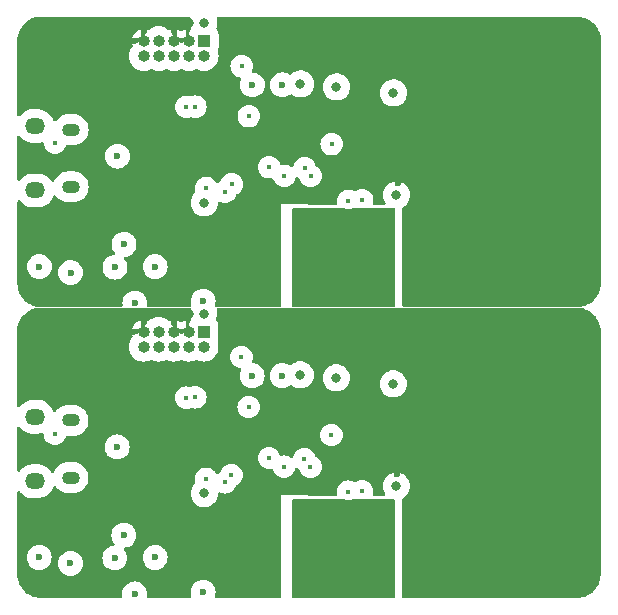
<source format=gbr>
%TF.GenerationSoftware,KiCad,Pcbnew,7.0.2*%
%TF.CreationDate,2023-04-27T09:09:23+02:00*%
%TF.ProjectId,STM32_RF,53544d33-325f-4524-962e-6b696361645f,rev?*%
%TF.SameCoordinates,Original*%
%TF.FileFunction,Copper,L2,Inr*%
%TF.FilePolarity,Positive*%
%FSLAX46Y46*%
G04 Gerber Fmt 4.6, Leading zero omitted, Abs format (unit mm)*
G04 Created by KiCad (PCBNEW 7.0.2) date 2023-04-27 09:09:23*
%MOMM*%
%LPD*%
G01*
G04 APERTURE LIST*
%TA.AperFunction,ComponentPad*%
%ADD10R,1.000000X1.000000*%
%TD*%
%TA.AperFunction,ComponentPad*%
%ADD11O,1.000000X1.000000*%
%TD*%
%TA.AperFunction,ComponentPad*%
%ADD12O,1.700000X1.350000*%
%TD*%
%TA.AperFunction,ComponentPad*%
%ADD13O,1.500000X1.100000*%
%TD*%
%TA.AperFunction,ViaPad*%
%ADD14C,0.600000*%
%TD*%
%TA.AperFunction,ViaPad*%
%ADD15C,0.400000*%
%TD*%
%TA.AperFunction,ViaPad*%
%ADD16C,1.000000*%
%TD*%
%TA.AperFunction,ViaPad*%
%ADD17C,0.800000*%
%TD*%
G04 APERTURE END LIST*
D10*
%TO.N,+3.3V*%
%TO.C,J1*%
X92521251Y-58028014D03*
D11*
%TO.N,SWDIO*%
X92521251Y-59298014D03*
%TO.N,GND*%
X91251251Y-58028014D03*
%TO.N,SWCLK*%
X91251251Y-59298014D03*
%TO.N,GND*%
X89981251Y-58028014D03*
%TO.N,unconnected-(J1-Pin_b6-Pad6)*%
X89981251Y-59298014D03*
%TO.N,unconnected-(J1-Pin_a8-Pad7)*%
X88711251Y-58028014D03*
%TO.N,unconnected-(J1-Pin_b8-Pad8)*%
X88711251Y-59298014D03*
%TO.N,GND*%
X87441251Y-58028014D03*
%TO.N,NRST*%
X87441251Y-59298014D03*
%TD*%
D12*
%TO.N,unconnected-(J3-Shield-Pad6)*%
%TO.C,J3*%
X78262051Y-65224814D03*
D13*
X81262051Y-65534814D03*
X81262051Y-70374814D03*
D12*
X78262051Y-70684814D03*
%TD*%
%TO.N,unconnected-(J3-Shield-Pad6)*%
%TO.C,J3*%
X78247600Y-89848400D03*
D13*
X81247600Y-90158400D03*
X81247600Y-94998400D03*
D12*
X78247600Y-95308400D03*
%TD*%
D11*
%TO.N,NRST*%
%TO.C,J1*%
X87426800Y-83921600D03*
%TO.N,GND*%
X87426800Y-82651600D03*
%TO.N,unconnected-(J1-Pin_b8-Pad8)*%
X88696800Y-83921600D03*
%TO.N,unconnected-(J1-Pin_a8-Pad7)*%
X88696800Y-82651600D03*
%TO.N,unconnected-(J1-Pin_b6-Pad6)*%
X89966800Y-83921600D03*
%TO.N,GND*%
X89966800Y-82651600D03*
%TO.N,SWCLK*%
X91236800Y-83921600D03*
%TO.N,GND*%
X91236800Y-82651600D03*
%TO.N,SWDIO*%
X92506800Y-83921600D03*
D10*
%TO.N,+3.3V*%
X92506800Y-82651600D03*
%TD*%
D14*
%TO.N,+3.3V*%
X96636051Y-61751614D03*
D15*
%TO.N,DR*%
X101055651Y-68817388D03*
%TO.N,SPI3_MISO*%
X99328451Y-69458014D03*
D14*
%TO.N,GND*%
X112641892Y-74621203D03*
D15*
%TO.N,SPI3_SCK*%
X104767892Y-71573203D03*
D16*
%TO.N,GND*%
X125494292Y-62530803D03*
D14*
X102989892Y-69490403D03*
X109844051Y-77128814D03*
X100957892Y-59127203D03*
D16*
X125494292Y-59127203D03*
D17*
X91251251Y-56504014D03*
D14*
X106342692Y-59736803D03*
X111371892Y-63699203D03*
X105783892Y-76399203D03*
D16*
X122192292Y-79922814D03*
X113454692Y-58720803D03*
X115232692Y-56638003D03*
X113505492Y-79922814D03*
D14*
X107815892Y-65832803D03*
X103497892Y-59127203D03*
X96636051Y-58957614D03*
X106190292Y-63546803D03*
X111117892Y-59889203D03*
D16*
X113505492Y-72944803D03*
D14*
X94353892Y-74291603D03*
X94247551Y-68210814D03*
X92216451Y-74538014D03*
X118953192Y-70963603D03*
X96737651Y-78246414D03*
D15*
X89796451Y-69541214D03*
D14*
X94247551Y-65670814D03*
X90692451Y-74538014D03*
D16*
X113454692Y-63089603D03*
X125494292Y-77618403D03*
X113454692Y-60905203D03*
D15*
X101004851Y-65597214D03*
D14*
X107307892Y-63546803D03*
D16*
X122700292Y-56638003D03*
X113505492Y-77974003D03*
D14*
X120363492Y-72589203D03*
D17*
X89981251Y-56504014D03*
D14*
X91707551Y-65670814D03*
%TO.N,+3.3V*%
X99176051Y-61751614D03*
%TO.N,GND*%
X112641892Y-70557203D03*
X109289092Y-63699203D03*
D17*
%TO.N,+3.3V*%
X92572051Y-71719214D03*
D14*
%TO.N,GND*%
X108323892Y-60143203D03*
X115651192Y-62581603D03*
X123079192Y-62988003D03*
D16*
X117569492Y-56638003D03*
D15*
%TO.N,SPI3_!CS*%
X94876236Y-70169214D03*
%TO.N,+3.3V*%
X96330351Y-64400814D03*
D14*
%TO.N,GND*%
X108933492Y-70049203D03*
X99176051Y-58957614D03*
X91707551Y-68210814D03*
D16*
X118835651Y-79922814D03*
D15*
%TO.N,SPI3_!CS*%
X105926270Y-71512383D03*
D14*
%TO.N,GND*%
X94350051Y-78131214D03*
X111117892Y-74621203D03*
X104564692Y-59686003D03*
D16*
X113505492Y-75078403D03*
D14*
X105225092Y-65782003D03*
X107765092Y-68271203D03*
X100856292Y-72843203D03*
X105225092Y-68271203D03*
X118699192Y-72741603D03*
D16*
X120261892Y-56638003D03*
D14*
X92829892Y-74291603D03*
X120285192Y-64258003D03*
D15*
%TO.N,DR*%
X98057551Y-68718814D03*
D14*
%TO.N,GND*%
X103751892Y-73097203D03*
D17*
%TO.N,+3.3V*%
X92521251Y-56504014D03*
D14*
%TO.N,GND*%
X111625892Y-70557203D03*
X95670851Y-57875614D03*
D17*
%TO.N,+3.3V*%
X108831892Y-71065203D03*
X108577892Y-62429203D03*
D16*
%TO.N,GND*%
X113505492Y-56739603D03*
D15*
%TO.N,SWCLK*%
X91048051Y-63616014D03*
%TO.N,SPI3_MISO*%
X101563651Y-69458014D03*
D16*
%TO.N,GND*%
X115990851Y-79922814D03*
D17*
X87441251Y-56504014D03*
D14*
X110152692Y-66137603D03*
X123513092Y-73808403D03*
D15*
%TO.N,SPI3_SCK*%
X94330051Y-70783429D03*
D17*
%TO.N,+3.3V*%
X103751892Y-61921203D03*
D15*
%TO.N,GND*%
X99887251Y-64428814D03*
%TO.N,NRST*%
X92724451Y-70474014D03*
D14*
%TO.N,GND*%
X78652851Y-75300014D03*
D15*
%TO.N,+5V*%
X79922851Y-66664014D03*
D14*
%TO.N,+3.3V*%
X86679251Y-80227614D03*
%TO.N,GND*%
X109898692Y-74875203D03*
X91403651Y-78094014D03*
D15*
%TO.N,SWDIO*%
X91809151Y-63588014D03*
D14*
%TO.N,+3.3V*%
X85002851Y-77179614D03*
%TO.N,GND*%
X90235251Y-80126014D03*
%TO.N,+3.3V*%
X81243651Y-77636814D03*
%TO.N,GND*%
X82564451Y-68899214D03*
%TO.N,+5V*%
X85206051Y-67781614D03*
%TO.N,GND*%
X92521251Y-75909614D03*
%TO.N,+3.3V*%
X85764851Y-75249214D03*
D15*
%TO.N,GND*%
X89574851Y-62803214D03*
D17*
%TO.N,+3.3V*%
X100703892Y-61667203D03*
D15*
X103341651Y-66765614D03*
D14*
X78602051Y-77128814D03*
%TO.N,GND*%
X78652851Y-74334814D03*
%TO.N,+3.3V*%
X88406451Y-77128814D03*
%TO.N,GND*%
X108167651Y-76773214D03*
D15*
%TO.N,NRST*%
X95721651Y-60161614D03*
D16*
%TO.N,GND*%
X125494292Y-74367203D03*
D14*
%TO.N,+3.3V*%
X92470451Y-80075214D03*
D15*
%TO.N,GND*%
X99872800Y-89052400D03*
D14*
%TO.N,+3.3V*%
X92456000Y-104698800D03*
D15*
%TO.N,NRST*%
X92710000Y-95097600D03*
%TO.N,GND*%
X89560400Y-87426800D03*
D14*
X108153200Y-101396800D03*
X91389200Y-102717600D03*
X92506800Y-100533200D03*
X90220800Y-104749600D03*
%TO.N,+3.3V*%
X85750400Y-99872800D03*
X81229200Y-102260400D03*
X78587600Y-101752400D03*
X84988400Y-101803200D03*
X86664800Y-104851200D03*
X88392000Y-101752400D03*
%TO.N,GND*%
X78638400Y-99923600D03*
X78638400Y-98958400D03*
X82550000Y-93522800D03*
%TO.N,+5V*%
X85191600Y-92405200D03*
D15*
X79908400Y-91287600D03*
%TO.N,SPI3_MISO*%
X101549200Y-94081600D03*
X99314000Y-94081600D03*
%TO.N,SPI3_!CS*%
X94861785Y-94792800D03*
%TO.N,SPI3_SCK*%
X94315600Y-95407015D03*
%TO.N,DR*%
X101041200Y-93440974D03*
%TO.N,GND*%
X89782000Y-94164800D03*
X100990400Y-90220800D03*
%TO.N,+3.3V*%
X103327200Y-91389200D03*
D14*
X96621600Y-86375200D03*
D17*
X92506800Y-81127600D03*
X108563441Y-87052789D03*
X103737441Y-86544789D03*
X108817441Y-95688789D03*
D15*
X96315900Y-89024400D03*
D14*
X99161600Y-86375200D03*
D17*
X92557600Y-96342800D03*
X100689441Y-86290789D03*
D16*
%TO.N,GND*%
X117555041Y-81261589D03*
D14*
X123064741Y-87611589D03*
X115636741Y-87205189D03*
X91693100Y-90294400D03*
X94233100Y-92834400D03*
X103737441Y-97720789D03*
X92202000Y-99161600D03*
D16*
X113491041Y-97568389D03*
D14*
X105210641Y-92894789D03*
D16*
X120247441Y-81261589D03*
X113440241Y-85528789D03*
D14*
X111611441Y-95180789D03*
X123498641Y-98431989D03*
X100841841Y-97466789D03*
X107750641Y-92894789D03*
X111103441Y-99244789D03*
X103483441Y-83750789D03*
X96621600Y-83581200D03*
X111103441Y-84512789D03*
X110138241Y-90761189D03*
X92815441Y-98915189D03*
D16*
X118821200Y-104546400D03*
D14*
X106175841Y-88170389D03*
D16*
X113491041Y-102597589D03*
D14*
X107801441Y-90456389D03*
D16*
X113440241Y-83344389D03*
D14*
X108919041Y-94672789D03*
X107293441Y-88170389D03*
X91693100Y-92834400D03*
X90678000Y-99161600D03*
D16*
X113491041Y-104546400D03*
D14*
X118684741Y-97365189D03*
D16*
X122177841Y-104546400D03*
X115218241Y-81261589D03*
D14*
X112627441Y-95180789D03*
X99161600Y-83581200D03*
D16*
X125479841Y-98990789D03*
D14*
X94335600Y-102754800D03*
D16*
X113440241Y-87713189D03*
D14*
X106328241Y-84360389D03*
D16*
X113491041Y-99701989D03*
X125479841Y-102241989D03*
D14*
X109884241Y-99498789D03*
D16*
X113491041Y-81363189D03*
D14*
X95656400Y-82499200D03*
X96723200Y-102870000D03*
D17*
X91236800Y-81127600D03*
D14*
X104550241Y-84309589D03*
X120270741Y-88881589D03*
X111357441Y-88322789D03*
X94233100Y-90294400D03*
X109829600Y-101752400D03*
X94339441Y-98915189D03*
X102975441Y-94113989D03*
X109274641Y-88322789D03*
D16*
X125479841Y-83750789D03*
D14*
X100943441Y-83750789D03*
D17*
X87426800Y-81127600D03*
D16*
X122685841Y-81261589D03*
D14*
X105769441Y-101022789D03*
X118938741Y-95587189D03*
X108309441Y-84766789D03*
D16*
X125479841Y-87154389D03*
D17*
X89966800Y-81127600D03*
D14*
X105210641Y-90405589D03*
X112627441Y-99244789D03*
D16*
X115976400Y-104546400D03*
D14*
X120349041Y-97212789D03*
D15*
%TO.N,NRST*%
X95707200Y-84785200D03*
%TO.N,SPI3_SCK*%
X104753441Y-96196789D03*
%TO.N,SPI3_!CS*%
X105911819Y-96135969D03*
%TO.N,DR*%
X98043100Y-93342400D03*
%TO.N,SWDIO*%
X91794700Y-88211600D03*
%TO.N,SWCLK*%
X91033600Y-88239600D03*
%TD*%
%TA.AperFunction,Conductor*%
%TO.N,GND*%
G36*
X104434650Y-96820592D02*
G01*
X104503216Y-96856579D01*
X104668385Y-96897289D01*
X104668386Y-96897289D01*
X104838496Y-96897289D01*
X104838497Y-96897289D01*
X105003666Y-96856579D01*
X105072231Y-96820592D01*
X105129857Y-96806389D01*
X105689665Y-96806389D01*
X105719340Y-96809992D01*
X105826763Y-96836469D01*
X105826764Y-96836469D01*
X105996874Y-96836469D01*
X105996875Y-96836469D01*
X106104297Y-96809992D01*
X106133973Y-96806389D01*
X108591841Y-96806389D01*
X108658880Y-96826074D01*
X108704635Y-96878878D01*
X108715841Y-96930389D01*
X108715841Y-105064389D01*
X108696156Y-105131428D01*
X108643352Y-105177183D01*
X108591841Y-105188389D01*
X100102241Y-105188389D01*
X100035202Y-105168704D01*
X99989447Y-105115900D01*
X99978241Y-105064389D01*
X99978241Y-96930389D01*
X99997926Y-96863350D01*
X100050730Y-96817595D01*
X100102241Y-96806389D01*
X104377025Y-96806389D01*
X104434650Y-96820592D01*
G37*
%TD.AperFunction*%
%TD*%
%TA.AperFunction,Conductor*%
%TO.N,GND*%
G36*
X91363251Y-80620874D02*
G01*
X91409006Y-80673678D01*
X91418950Y-80742836D01*
X91415478Y-80759124D01*
X91371043Y-80915289D01*
X91351371Y-81127600D01*
X91371043Y-81339910D01*
X91429396Y-81544994D01*
X91430400Y-81547010D01*
X91431120Y-81551053D01*
X91432539Y-81556039D01*
X91432034Y-81556182D01*
X91442656Y-81615796D01*
X91420197Y-81669683D01*
X91421697Y-81670608D01*
X91415886Y-81680027D01*
X91415778Y-81680289D01*
X91415611Y-81680473D01*
X91321986Y-81832265D01*
X91266800Y-81998802D01*
X91256619Y-82098458D01*
X91256617Y-82098478D01*
X91256300Y-82101591D01*
X91256300Y-82104738D01*
X91256300Y-82104739D01*
X91256300Y-82326600D01*
X91208364Y-82326600D01*
X91123929Y-82341488D01*
X91024671Y-82398795D01*
X90950999Y-82486593D01*
X90911800Y-82594294D01*
X90911800Y-82708906D01*
X90913512Y-82713610D01*
X90807465Y-82742026D01*
X90654204Y-82813493D01*
X90585127Y-82823985D01*
X90549396Y-82813493D01*
X90396134Y-82742026D01*
X90290087Y-82713610D01*
X90291800Y-82708906D01*
X90291800Y-82594294D01*
X90252601Y-82486593D01*
X90178929Y-82398795D01*
X90079671Y-82341488D01*
X89995236Y-82326600D01*
X89938364Y-82326600D01*
X89905865Y-82332330D01*
X89876375Y-82222270D01*
X89783902Y-82023962D01*
X89739225Y-81960156D01*
X89716898Y-81893950D01*
X89716800Y-81889033D01*
X89716800Y-81682439D01*
X90216800Y-81682439D01*
X90216800Y-82401600D01*
X90986799Y-82401600D01*
X90986800Y-81682439D01*
X90986798Y-81682439D01*
X90852265Y-81723249D01*
X90667770Y-81821864D01*
X90666923Y-81820279D01*
X90616154Y-81841841D01*
X90547287Y-81830050D01*
X90528220Y-81817796D01*
X90351334Y-81723249D01*
X90216801Y-81682439D01*
X90216800Y-81682439D01*
X89716800Y-81682439D01*
X89716799Y-81682439D01*
X89618276Y-81712326D01*
X89548409Y-81712949D01*
X89511158Y-81695240D01*
X89324439Y-81564498D01*
X89126131Y-81472025D01*
X88914774Y-81415392D01*
X88696799Y-81396322D01*
X88478825Y-81415392D01*
X88267468Y-81472025D01*
X88069160Y-81564498D01*
X87882440Y-81695240D01*
X87816233Y-81717567D01*
X87775321Y-81712326D01*
X87676800Y-81682439D01*
X87676799Y-81682439D01*
X87676800Y-81889033D01*
X87657115Y-81956072D01*
X87654375Y-81960156D01*
X87609698Y-82023961D01*
X87517225Y-82222268D01*
X87487733Y-82332330D01*
X87455236Y-82326600D01*
X87398364Y-82326600D01*
X87313929Y-82341488D01*
X87214671Y-82398795D01*
X87140999Y-82486593D01*
X87101800Y-82594294D01*
X87101800Y-82708906D01*
X87103512Y-82713610D01*
X86997468Y-82742025D01*
X86799161Y-82834498D01*
X86735356Y-82879175D01*
X86669150Y-82901502D01*
X86664233Y-82901600D01*
X86457640Y-82901600D01*
X86487526Y-83000121D01*
X86488149Y-83069988D01*
X86470440Y-83107240D01*
X86339698Y-83293960D01*
X86247225Y-83492268D01*
X86190592Y-83703625D01*
X86171522Y-83921600D01*
X86190592Y-84139574D01*
X86247225Y-84350931D01*
X86297061Y-84457805D01*
X86339698Y-84549239D01*
X86465202Y-84728477D01*
X86619923Y-84883198D01*
X86799161Y-85008702D01*
X86997470Y-85101175D01*
X87208823Y-85157807D01*
X87426800Y-85176877D01*
X87644777Y-85157807D01*
X87856130Y-85101175D01*
X88009396Y-85029705D01*
X88078472Y-85019214D01*
X88114202Y-85029705D01*
X88267470Y-85101175D01*
X88478823Y-85157807D01*
X88696800Y-85176877D01*
X88914777Y-85157807D01*
X89126130Y-85101175D01*
X89279396Y-85029705D01*
X89348471Y-85019214D01*
X89384204Y-85029706D01*
X89537470Y-85101175D01*
X89748823Y-85157807D01*
X89966800Y-85176877D01*
X90184777Y-85157807D01*
X90396130Y-85101175D01*
X90549396Y-85029705D01*
X90618472Y-85019214D01*
X90654202Y-85029705D01*
X90807470Y-85101175D01*
X91018823Y-85157807D01*
X91236800Y-85176877D01*
X91454777Y-85157807D01*
X91666130Y-85101175D01*
X91819396Y-85029705D01*
X91888472Y-85019214D01*
X91924202Y-85029705D01*
X92077470Y-85101175D01*
X92288823Y-85157807D01*
X92434141Y-85170520D01*
X92506799Y-85176877D01*
X92506799Y-85176876D01*
X92506800Y-85176877D01*
X92724777Y-85157807D01*
X92936130Y-85101175D01*
X93134439Y-85008702D01*
X93313677Y-84883198D01*
X93411675Y-84785200D01*
X94752101Y-84785200D01*
X94770453Y-84971532D01*
X94824803Y-85150700D01*
X94904714Y-85300203D01*
X94913064Y-85315825D01*
X95031843Y-85460557D01*
X95176575Y-85579336D01*
X95341699Y-85667596D01*
X95520869Y-85721947D01*
X95581994Y-85727967D01*
X95646782Y-85754127D01*
X95687141Y-85811162D01*
X95690258Y-85880962D01*
X95679201Y-85909820D01*
X95646368Y-85971246D01*
X95646368Y-85971247D01*
X95586299Y-86169267D01*
X95566017Y-86375200D01*
X95586299Y-86581132D01*
X95602761Y-86635400D01*
X95646368Y-86779154D01*
X95743915Y-86961650D01*
X95795208Y-87024152D01*
X95875189Y-87121610D01*
X95932699Y-87168806D01*
X96035150Y-87252885D01*
X96217646Y-87350432D01*
X96415666Y-87410500D01*
X96621600Y-87430783D01*
X96827534Y-87410500D01*
X97025554Y-87350432D01*
X97208050Y-87252885D01*
X97368010Y-87121610D01*
X97499285Y-86961650D01*
X97596832Y-86779154D01*
X97656900Y-86581134D01*
X97677183Y-86375200D01*
X98106017Y-86375200D01*
X98126299Y-86581132D01*
X98142761Y-86635400D01*
X98186368Y-86779154D01*
X98283915Y-86961650D01*
X98335208Y-87024152D01*
X98415189Y-87121610D01*
X98472699Y-87168806D01*
X98575150Y-87252885D01*
X98757646Y-87350432D01*
X98955666Y-87410500D01*
X99161600Y-87430783D01*
X99367534Y-87410500D01*
X99565554Y-87350432D01*
X99748050Y-87252885D01*
X99817221Y-87196117D01*
X99881527Y-87168806D01*
X99950395Y-87180597D01*
X99979422Y-87200336D01*
X99993139Y-87212841D01*
X100174422Y-87325087D01*
X100373243Y-87402110D01*
X100582831Y-87441289D01*
X100582833Y-87441289D01*
X100796049Y-87441289D01*
X100796051Y-87441289D01*
X101005639Y-87402110D01*
X101204460Y-87325087D01*
X101385743Y-87212841D01*
X101543313Y-87069196D01*
X101671807Y-86899044D01*
X101671807Y-86899042D01*
X101671809Y-86899041D01*
X101719521Y-86803219D01*
X101766846Y-86708178D01*
X101813335Y-86544788D01*
X102582012Y-86544788D01*
X102601684Y-86757099D01*
X102660036Y-86962179D01*
X102755072Y-87153041D01*
X102883567Y-87323194D01*
X102883569Y-87323196D01*
X103041139Y-87466841D01*
X103222422Y-87579087D01*
X103421243Y-87656110D01*
X103630831Y-87695289D01*
X103630833Y-87695289D01*
X103844049Y-87695289D01*
X103844051Y-87695289D01*
X104053639Y-87656110D01*
X104252460Y-87579087D01*
X104433743Y-87466841D01*
X104591313Y-87323196D01*
X104719807Y-87153044D01*
X104719807Y-87153042D01*
X104719809Y-87153041D01*
X104769728Y-87052788D01*
X107408012Y-87052788D01*
X107427684Y-87265099D01*
X107486036Y-87470179D01*
X107581072Y-87661041D01*
X107709567Y-87831194D01*
X107709569Y-87831196D01*
X107867139Y-87974841D01*
X108048422Y-88087087D01*
X108247243Y-88164110D01*
X108456831Y-88203289D01*
X108456833Y-88203289D01*
X108670049Y-88203289D01*
X108670051Y-88203289D01*
X108879639Y-88164110D01*
X109078460Y-88087087D01*
X109259743Y-87974841D01*
X109417313Y-87831196D01*
X109545807Y-87661044D01*
X109545807Y-87661042D01*
X109545809Y-87661041D01*
X109607950Y-87536243D01*
X109640846Y-87470178D01*
X109699197Y-87265099D01*
X109718870Y-87052789D01*
X109699197Y-86840479D01*
X109640846Y-86635400D01*
X109595728Y-86544789D01*
X109545809Y-86444536D01*
X109417314Y-86274383D01*
X109259742Y-86130736D01*
X109078458Y-86018490D01*
X108879639Y-85941468D01*
X108853255Y-85936536D01*
X108670051Y-85902289D01*
X108456831Y-85902289D01*
X108317105Y-85928408D01*
X108247242Y-85941468D01*
X108048423Y-86018490D01*
X107867139Y-86130736D01*
X107709567Y-86274383D01*
X107581072Y-86444536D01*
X107486036Y-86635398D01*
X107427684Y-86840478D01*
X107408012Y-87052788D01*
X104769728Y-87052788D01*
X104814846Y-86962178D01*
X104873197Y-86757099D01*
X104892870Y-86544789D01*
X104873197Y-86332479D01*
X104814846Y-86127400D01*
X104814455Y-86126616D01*
X104719809Y-85936536D01*
X104591314Y-85766383D01*
X104562701Y-85740299D01*
X104433743Y-85622737D01*
X104433742Y-85622736D01*
X104312306Y-85547546D01*
X104252460Y-85510491D01*
X104252458Y-85510490D01*
X104053639Y-85433468D01*
X103844051Y-85394289D01*
X103630831Y-85394289D01*
X103491105Y-85420408D01*
X103421242Y-85433468D01*
X103222423Y-85510490D01*
X103041139Y-85622736D01*
X102883567Y-85766383D01*
X102755072Y-85936536D01*
X102660036Y-86127398D01*
X102601684Y-86332478D01*
X102582012Y-86544788D01*
X101813335Y-86544788D01*
X101825197Y-86503099D01*
X101844870Y-86290789D01*
X101825197Y-86078479D01*
X101766846Y-85873400D01*
X101766455Y-85872616D01*
X101671809Y-85682536D01*
X101543314Y-85512383D01*
X101541237Y-85510490D01*
X101385743Y-85368737D01*
X101385742Y-85368736D01*
X101204458Y-85256490D01*
X101005639Y-85179468D01*
X100973007Y-85173368D01*
X100796051Y-85140289D01*
X100582831Y-85140289D01*
X100443105Y-85166408D01*
X100373242Y-85179468D01*
X100174423Y-85256490D01*
X99993136Y-85368738D01*
X99878236Y-85473484D01*
X99815432Y-85504101D01*
X99746045Y-85495903D01*
X99736245Y-85491205D01*
X99565556Y-85399969D01*
X99565555Y-85399968D01*
X99565554Y-85399968D01*
X99462595Y-85368736D01*
X99367532Y-85339899D01*
X99184097Y-85321832D01*
X99161600Y-85319617D01*
X99161599Y-85319617D01*
X98955667Y-85339899D01*
X98757643Y-85399969D01*
X98575151Y-85497514D01*
X98415189Y-85628789D01*
X98283914Y-85788751D01*
X98186369Y-85971243D01*
X98126299Y-86169267D01*
X98106017Y-86375200D01*
X97677183Y-86375200D01*
X97656900Y-86169266D01*
X97596832Y-85971246D01*
X97499285Y-85788750D01*
X97412118Y-85682536D01*
X97368010Y-85628789D01*
X97269013Y-85547546D01*
X97208050Y-85497515D01*
X97025554Y-85399968D01*
X96922595Y-85368736D01*
X96827532Y-85339899D01*
X96690108Y-85326364D01*
X96625321Y-85300203D01*
X96584963Y-85243168D01*
X96581846Y-85173368D01*
X96586054Y-85162388D01*
X96586051Y-85162387D01*
X96592754Y-85140289D01*
X96643947Y-84971531D01*
X96662299Y-84785200D01*
X96643947Y-84598869D01*
X96589596Y-84419699D01*
X96501336Y-84254575D01*
X96382557Y-84109843D01*
X96237825Y-83991064D01*
X96237824Y-83991063D01*
X96072700Y-83902803D01*
X95893532Y-83848453D01*
X95707200Y-83830101D01*
X95520867Y-83848453D01*
X95341699Y-83902803D01*
X95176575Y-83991063D01*
X95031843Y-84109843D01*
X94913063Y-84254575D01*
X94824803Y-84419699D01*
X94770453Y-84598867D01*
X94752101Y-84785200D01*
X93411675Y-84785200D01*
X93468398Y-84728477D01*
X93593902Y-84549239D01*
X93686375Y-84350930D01*
X93743007Y-84139577D01*
X93762077Y-83921600D01*
X93743007Y-83703623D01*
X93695164Y-83525071D01*
X93696827Y-83455223D01*
X93697181Y-83454132D01*
X93746799Y-83304397D01*
X93757300Y-83201609D01*
X93757299Y-82101592D01*
X93746799Y-81998803D01*
X93691614Y-81832266D01*
X93617635Y-81712326D01*
X93591903Y-81670607D01*
X93594936Y-81668735D01*
X93573037Y-81628630D01*
X93578021Y-81558938D01*
X93583206Y-81546995D01*
X93584205Y-81544989D01*
X93642556Y-81339910D01*
X93662229Y-81127600D01*
X93642556Y-80915290D01*
X93637241Y-80896610D01*
X93598123Y-80759123D01*
X93598709Y-80689256D01*
X93636976Y-80630797D01*
X93700773Y-80602307D01*
X93717389Y-80601189D01*
X123099352Y-80601189D01*
X124056415Y-80601662D01*
X124056505Y-80601689D01*
X124104186Y-80601689D01*
X124112298Y-80601955D01*
X124193424Y-80607273D01*
X124373968Y-80620171D01*
X124389292Y-80622235D01*
X124505099Y-80645272D01*
X124646893Y-80676120D01*
X124660357Y-80679858D01*
X124777196Y-80719521D01*
X124780604Y-80720735D01*
X124909572Y-80768840D01*
X124921043Y-80773793D01*
X125033977Y-80829487D01*
X125038492Y-80831832D01*
X125157122Y-80896610D01*
X125166550Y-80902320D01*
X125272218Y-80972926D01*
X125277608Y-80976740D01*
X125356714Y-81035959D01*
X125384895Y-81057056D01*
X125392342Y-81063094D01*
X125488231Y-81147187D01*
X125494154Y-81152735D01*
X125588688Y-81247271D01*
X125594235Y-81253193D01*
X125678320Y-81349075D01*
X125684358Y-81356523D01*
X125764660Y-81463795D01*
X125768496Y-81469215D01*
X125839089Y-81574866D01*
X125844818Y-81584329D01*
X125909561Y-81702897D01*
X125911941Y-81707481D01*
X125967610Y-81820368D01*
X125972579Y-81831876D01*
X125976296Y-81841841D01*
X126020665Y-81960799D01*
X126021867Y-81964171D01*
X126059424Y-82074809D01*
X126061548Y-82081067D01*
X126065294Y-82094566D01*
X126096127Y-82236300D01*
X126119173Y-82352159D01*
X126121235Y-82367474D01*
X126133897Y-82544505D01*
X126139471Y-82629525D01*
X126139736Y-82637744D01*
X126121483Y-103108576D01*
X126121437Y-103108732D01*
X126121437Y-103156308D01*
X126121172Y-103164416D01*
X126115964Y-103243890D01*
X126102915Y-103426337D01*
X126100849Y-103441678D01*
X126078234Y-103555387D01*
X126046927Y-103699310D01*
X126043187Y-103712783D01*
X126004038Y-103828119D01*
X126002800Y-103831596D01*
X125954147Y-103962042D01*
X125949179Y-103973550D01*
X125894128Y-104085189D01*
X125891747Y-104089774D01*
X125826282Y-104209667D01*
X125820553Y-104219129D01*
X125750741Y-104323616D01*
X125746905Y-104329038D01*
X125665683Y-104437540D01*
X125659645Y-104444986D01*
X125576519Y-104539778D01*
X125570972Y-104545702D01*
X125475254Y-104641423D01*
X125469332Y-104646969D01*
X125374675Y-104729985D01*
X125367226Y-104736025D01*
X125258412Y-104817485D01*
X125252995Y-104821319D01*
X125148931Y-104890858D01*
X125139465Y-104896589D01*
X125018818Y-104962470D01*
X125014236Y-104964850D01*
X124903449Y-105019488D01*
X124891937Y-105024458D01*
X124760006Y-105073668D01*
X124756535Y-105074905D01*
X124642787Y-105113523D01*
X124629284Y-105117271D01*
X124482268Y-105149255D01*
X124371705Y-105171252D01*
X124356383Y-105173315D01*
X124163473Y-105187116D01*
X124094988Y-105191608D01*
X124086885Y-105191874D01*
X109449450Y-105193069D01*
X109382409Y-105173390D01*
X109336650Y-105120590D01*
X109325441Y-105069073D01*
X109325441Y-96796497D01*
X109345125Y-96729462D01*
X109384160Y-96691075D01*
X109513743Y-96610841D01*
X109671313Y-96467196D01*
X109799807Y-96297044D01*
X109799807Y-96297042D01*
X109799809Y-96297041D01*
X109868487Y-96159114D01*
X109894846Y-96106178D01*
X109953197Y-95901099D01*
X109972870Y-95688789D01*
X109953197Y-95476479D01*
X109948682Y-95460612D01*
X109925485Y-95379084D01*
X109894846Y-95271400D01*
X109894455Y-95270616D01*
X109799809Y-95080536D01*
X109671314Y-94910383D01*
X109513742Y-94766736D01*
X109371644Y-94678753D01*
X109332460Y-94654491D01*
X109332458Y-94654490D01*
X109133639Y-94577468D01*
X109095074Y-94570259D01*
X108924051Y-94538289D01*
X108710831Y-94538289D01*
X108603793Y-94558298D01*
X108501242Y-94577468D01*
X108302423Y-94654490D01*
X108121139Y-94766736D01*
X107963567Y-94910383D01*
X107835072Y-95080536D01*
X107740036Y-95271398D01*
X107681684Y-95476478D01*
X107662012Y-95688789D01*
X107681684Y-95901099D01*
X107740036Y-96106179D01*
X107835072Y-96297041D01*
X107872026Y-96345975D01*
X107896718Y-96411336D01*
X107882153Y-96479671D01*
X107832956Y-96529284D01*
X107772458Y-96544700D01*
X106948918Y-96540623D01*
X106881977Y-96520607D01*
X106836484Y-96467577D01*
X106826883Y-96398371D01*
X106830872Y-96380629D01*
X106836489Y-96362113D01*
X106848566Y-96322300D01*
X106866918Y-96135969D01*
X106848566Y-95949638D01*
X106794215Y-95770468D01*
X106705955Y-95605344D01*
X106587176Y-95460612D01*
X106442444Y-95341833D01*
X106442443Y-95341832D01*
X106277319Y-95253572D01*
X106098151Y-95199222D01*
X105911819Y-95180870D01*
X105725486Y-95199222D01*
X105546318Y-95253572D01*
X105381194Y-95341832D01*
X105362049Y-95357544D01*
X105297738Y-95384855D01*
X105228871Y-95373061D01*
X105224935Y-95371047D01*
X105199672Y-95357544D01*
X105118942Y-95314393D01*
X105118939Y-95314392D01*
X104939773Y-95260042D01*
X104753441Y-95241690D01*
X104567108Y-95260042D01*
X104387940Y-95314392D01*
X104222816Y-95402652D01*
X104078084Y-95521432D01*
X103959304Y-95666164D01*
X103871044Y-95831288D01*
X103816694Y-96010456D01*
X103798342Y-96196789D01*
X103817209Y-96388354D01*
X103804190Y-96457000D01*
X103756125Y-96507710D01*
X103693192Y-96524506D01*
X99063841Y-96501588D01*
X99063841Y-105064389D01*
X99044156Y-105131428D01*
X98991352Y-105177183D01*
X98939841Y-105188389D01*
X93572449Y-105188389D01*
X93505410Y-105168704D01*
X93459655Y-105115900D01*
X93449711Y-105046742D01*
X93453788Y-105028395D01*
X93491300Y-104904734D01*
X93511583Y-104698800D01*
X93491300Y-104492866D01*
X93431232Y-104294846D01*
X93333685Y-104112350D01*
X93268047Y-104032370D01*
X93202410Y-103952389D01*
X93050984Y-103828119D01*
X93042450Y-103821115D01*
X92859954Y-103723568D01*
X92760943Y-103693534D01*
X92661932Y-103663499D01*
X92478497Y-103645432D01*
X92456000Y-103643217D01*
X92455999Y-103643217D01*
X92250067Y-103663499D01*
X92052043Y-103723569D01*
X91869551Y-103821114D01*
X91709589Y-103952389D01*
X91578314Y-104112351D01*
X91480769Y-104294843D01*
X91420699Y-104492867D01*
X91400417Y-104698800D01*
X91420699Y-104904734D01*
X91458211Y-105028395D01*
X91458834Y-105098261D01*
X91421585Y-105157374D01*
X91358291Y-105186965D01*
X91339550Y-105188389D01*
X87823986Y-105188389D01*
X87756947Y-105168704D01*
X87711192Y-105115900D01*
X87700583Y-105052235D01*
X87709424Y-104962470D01*
X87720383Y-104851200D01*
X87700100Y-104645266D01*
X87640032Y-104447246D01*
X87542485Y-104264750D01*
X87467647Y-104173559D01*
X87411210Y-104104789D01*
X87313752Y-104024808D01*
X87251250Y-103973515D01*
X87068754Y-103875968D01*
X86969744Y-103845934D01*
X86870732Y-103815899D01*
X86664800Y-103795617D01*
X86458867Y-103815899D01*
X86260843Y-103875969D01*
X86078351Y-103973514D01*
X85918389Y-104104789D01*
X85787114Y-104264751D01*
X85689569Y-104447243D01*
X85629499Y-104645267D01*
X85609217Y-104851200D01*
X85629017Y-105052235D01*
X85615998Y-105120881D01*
X85567933Y-105171591D01*
X85505614Y-105188389D01*
X78658497Y-105188389D01*
X78649642Y-105188072D01*
X78494173Y-105176941D01*
X78478808Y-105174870D01*
X78364026Y-105152010D01*
X78335842Y-105145872D01*
X78219865Y-105120612D01*
X78206364Y-105116859D01*
X78089802Y-105077239D01*
X78086325Y-105075999D01*
X77955906Y-105027292D01*
X77944382Y-105022310D01*
X77831432Y-104966530D01*
X77826846Y-104964145D01*
X77707187Y-104898712D01*
X77697715Y-104892968D01*
X77591876Y-104822138D01*
X77586453Y-104818295D01*
X77478362Y-104737247D01*
X77470908Y-104731193D01*
X77374799Y-104646756D01*
X77368876Y-104641198D01*
X77273716Y-104545855D01*
X77268167Y-104539919D01*
X77183876Y-104443599D01*
X77177838Y-104436136D01*
X77097081Y-104328001D01*
X77093262Y-104322588D01*
X77022517Y-104216433D01*
X77016796Y-104206959D01*
X76951758Y-104087476D01*
X76949386Y-104082891D01*
X76893652Y-103969482D01*
X76888693Y-103957951D01*
X76840452Y-103828019D01*
X76839235Y-103824587D01*
X76799616Y-103707280D01*
X76795892Y-103693780D01*
X76765038Y-103550797D01*
X76742142Y-103434662D01*
X76740113Y-103419380D01*
X76727617Y-103239987D01*
X76722257Y-103155822D01*
X76722008Y-103147735D01*
X76722069Y-103116939D01*
X76721962Y-103116560D01*
X76721692Y-102858782D01*
X76720533Y-101752400D01*
X77532017Y-101752400D01*
X77552299Y-101958332D01*
X77552300Y-101958334D01*
X77612368Y-102156354D01*
X77709915Y-102338850D01*
X77751604Y-102389648D01*
X77841189Y-102498810D01*
X77903090Y-102549610D01*
X78001150Y-102630085D01*
X78183646Y-102727632D01*
X78381666Y-102787700D01*
X78587600Y-102807983D01*
X78793534Y-102787700D01*
X78991554Y-102727632D01*
X79174050Y-102630085D01*
X79334010Y-102498810D01*
X79465285Y-102338850D01*
X79507218Y-102260399D01*
X80173617Y-102260399D01*
X80193899Y-102466332D01*
X80193900Y-102466334D01*
X80253968Y-102664354D01*
X80351515Y-102846850D01*
X80402809Y-102909352D01*
X80482789Y-103006810D01*
X80562769Y-103072447D01*
X80642750Y-103138085D01*
X80825246Y-103235632D01*
X81023266Y-103295700D01*
X81229200Y-103315983D01*
X81435134Y-103295700D01*
X81633154Y-103235632D01*
X81815650Y-103138085D01*
X81975610Y-103006810D01*
X82106885Y-102846850D01*
X82204432Y-102664354D01*
X82264500Y-102466334D01*
X82284783Y-102260400D01*
X82264500Y-102054466D01*
X82204432Y-101856446D01*
X82175971Y-101803200D01*
X83932817Y-101803200D01*
X83953099Y-102009132D01*
X83953100Y-102009134D01*
X84013168Y-102207154D01*
X84110715Y-102389650D01*
X84162009Y-102452152D01*
X84241989Y-102549610D01*
X84321970Y-102615247D01*
X84401950Y-102680885D01*
X84584446Y-102778432D01*
X84782466Y-102838500D01*
X84988400Y-102858783D01*
X85194334Y-102838500D01*
X85392354Y-102778432D01*
X85574850Y-102680885D01*
X85734810Y-102549610D01*
X85866085Y-102389650D01*
X85963632Y-102207154D01*
X86023700Y-102009134D01*
X86043983Y-101803200D01*
X86038980Y-101752400D01*
X87336417Y-101752400D01*
X87356699Y-101958332D01*
X87356700Y-101958334D01*
X87416768Y-102156354D01*
X87514315Y-102338850D01*
X87556004Y-102389648D01*
X87645589Y-102498810D01*
X87707490Y-102549610D01*
X87805550Y-102630085D01*
X87988046Y-102727632D01*
X88186066Y-102787700D01*
X88392000Y-102807983D01*
X88597934Y-102787700D01*
X88795954Y-102727632D01*
X88978450Y-102630085D01*
X89138410Y-102498810D01*
X89269685Y-102338850D01*
X89367232Y-102156354D01*
X89427300Y-101958334D01*
X89447583Y-101752400D01*
X89427300Y-101546466D01*
X89367232Y-101348446D01*
X89269685Y-101165950D01*
X89204047Y-101085970D01*
X89138410Y-101005989D01*
X89017252Y-100906559D01*
X88978450Y-100874715D01*
X88795954Y-100777168D01*
X88680026Y-100742002D01*
X88597932Y-100717099D01*
X88392000Y-100696817D01*
X88186067Y-100717099D01*
X87988043Y-100777169D01*
X87805551Y-100874714D01*
X87645589Y-101005989D01*
X87514314Y-101165951D01*
X87416769Y-101348443D01*
X87356699Y-101546467D01*
X87336417Y-101752400D01*
X86038980Y-101752400D01*
X86023700Y-101597266D01*
X85963632Y-101399246D01*
X85866085Y-101216750D01*
X85785646Y-101118734D01*
X85758334Y-101054424D01*
X85770125Y-100985557D01*
X85817278Y-100933997D01*
X85869344Y-100916667D01*
X85956334Y-100908100D01*
X86154354Y-100848032D01*
X86336850Y-100750485D01*
X86496810Y-100619210D01*
X86628085Y-100459250D01*
X86725632Y-100276754D01*
X86785700Y-100078734D01*
X86805983Y-99872800D01*
X86785700Y-99666866D01*
X86725632Y-99468846D01*
X86628085Y-99286350D01*
X86562447Y-99206370D01*
X86496810Y-99126389D01*
X86399352Y-99046408D01*
X86336850Y-98995115D01*
X86154354Y-98897568D01*
X86055343Y-98867534D01*
X85956332Y-98837499D01*
X85750400Y-98817217D01*
X85544467Y-98837499D01*
X85346443Y-98897569D01*
X85163951Y-98995114D01*
X85003989Y-99126389D01*
X84872714Y-99286351D01*
X84775169Y-99468843D01*
X84715099Y-99666867D01*
X84694817Y-99872799D01*
X84715099Y-100078732D01*
X84715100Y-100078734D01*
X84775168Y-100276754D01*
X84872715Y-100459250D01*
X84924538Y-100522397D01*
X84953153Y-100557265D01*
X84980465Y-100621575D01*
X84968674Y-100690442D01*
X84921521Y-100742002D01*
X84869454Y-100759332D01*
X84782467Y-100767899D01*
X84584443Y-100827969D01*
X84401951Y-100925514D01*
X84241989Y-101056789D01*
X84110714Y-101216751D01*
X84013169Y-101399243D01*
X83953099Y-101597267D01*
X83932817Y-101803200D01*
X82175971Y-101803200D01*
X82106885Y-101673950D01*
X82041247Y-101593970D01*
X81975610Y-101513989D01*
X81835793Y-101399246D01*
X81815650Y-101382715D01*
X81633154Y-101285168D01*
X81534144Y-101255133D01*
X81435132Y-101225099D01*
X81229200Y-101204817D01*
X81023267Y-101225099D01*
X80825243Y-101285169D01*
X80642751Y-101382714D01*
X80482789Y-101513989D01*
X80351514Y-101673951D01*
X80253969Y-101856443D01*
X80193899Y-102054467D01*
X80173617Y-102260399D01*
X79507218Y-102260399D01*
X79562832Y-102156354D01*
X79622900Y-101958334D01*
X79643183Y-101752400D01*
X79622900Y-101546466D01*
X79562832Y-101348446D01*
X79465285Y-101165950D01*
X79399647Y-101085970D01*
X79334010Y-101005989D01*
X79212852Y-100906559D01*
X79174050Y-100874715D01*
X78991554Y-100777168D01*
X78875626Y-100742002D01*
X78793532Y-100717099D01*
X78587600Y-100696817D01*
X78381667Y-100717099D01*
X78183643Y-100777169D01*
X78001151Y-100874714D01*
X77841189Y-101005989D01*
X77709914Y-101165951D01*
X77612369Y-101348443D01*
X77552299Y-101546467D01*
X77532017Y-101752400D01*
X76720533Y-101752400D01*
X76714769Y-96251952D01*
X76734383Y-96184895D01*
X76787139Y-96139085D01*
X76856287Y-96129069D01*
X76919873Y-96158027D01*
X76931850Y-96169899D01*
X77000584Y-96247996D01*
X77082674Y-96341268D01*
X77271469Y-96493711D01*
X77483312Y-96612053D01*
X77712109Y-96692892D01*
X77951270Y-96733900D01*
X77951272Y-96733900D01*
X78480523Y-96733900D01*
X78483154Y-96733900D01*
X78664382Y-96718475D01*
X78820932Y-96677712D01*
X78899209Y-96657331D01*
X79009765Y-96607356D01*
X79120323Y-96557381D01*
X79321365Y-96421500D01*
X79403479Y-96342800D01*
X91402171Y-96342800D01*
X91421843Y-96555110D01*
X91480195Y-96760190D01*
X91575231Y-96951052D01*
X91703726Y-97121205D01*
X91703728Y-97121207D01*
X91861298Y-97264852D01*
X92042581Y-97377098D01*
X92241402Y-97454121D01*
X92450990Y-97493300D01*
X92450992Y-97493300D01*
X92664208Y-97493300D01*
X92664210Y-97493300D01*
X92873798Y-97454121D01*
X93072619Y-97377098D01*
X93253902Y-97264852D01*
X93411472Y-97121207D01*
X93539966Y-96951055D01*
X93539966Y-96951053D01*
X93539968Y-96951052D01*
X93616926Y-96796497D01*
X93635005Y-96760189D01*
X93693356Y-96555110D01*
X93711700Y-96357138D01*
X93737485Y-96292204D01*
X93794285Y-96251516D01*
X93864066Y-96247996D01*
X93893621Y-96259223D01*
X93950099Y-96289411D01*
X94129269Y-96343762D01*
X94315600Y-96362114D01*
X94501931Y-96343762D01*
X94681101Y-96289411D01*
X94846225Y-96201151D01*
X94990957Y-96082372D01*
X95109736Y-95937640D01*
X95197996Y-95772516D01*
X95209514Y-95734545D01*
X95212652Y-95724201D01*
X95250948Y-95665761D01*
X95272853Y-95650839D01*
X95392410Y-95586936D01*
X95537142Y-95468157D01*
X95655921Y-95323425D01*
X95744181Y-95158301D01*
X95798532Y-94979131D01*
X95816884Y-94792800D01*
X95798532Y-94606469D01*
X95744181Y-94427299D01*
X95655921Y-94262175D01*
X95537142Y-94117443D01*
X95392410Y-93998664D01*
X95392409Y-93998663D01*
X95227285Y-93910403D01*
X95048117Y-93856053D01*
X94861785Y-93837701D01*
X94675452Y-93856053D01*
X94496284Y-93910403D01*
X94331160Y-93998663D01*
X94186428Y-94117443D01*
X94067648Y-94262176D01*
X93979389Y-94427296D01*
X93964731Y-94475617D01*
X93926432Y-94534055D01*
X93904525Y-94548977D01*
X93784974Y-94612879D01*
X93723617Y-94663233D01*
X93659306Y-94690545D01*
X93590439Y-94678753D01*
X93538879Y-94631600D01*
X93535609Y-94625858D01*
X93504136Y-94566975D01*
X93504135Y-94566973D01*
X93429160Y-94475617D01*
X93385357Y-94422243D01*
X93258948Y-94318501D01*
X93240624Y-94303463D01*
X93075500Y-94215203D01*
X92896332Y-94160853D01*
X92803165Y-94151677D01*
X92710000Y-94142501D01*
X92709999Y-94142501D01*
X92523667Y-94160853D01*
X92344499Y-94215203D01*
X92179375Y-94303463D01*
X92034643Y-94422243D01*
X91915863Y-94566975D01*
X91827603Y-94732099D01*
X91773253Y-94911267D01*
X91754901Y-95097600D01*
X91773252Y-95283929D01*
X91802117Y-95379084D01*
X91802740Y-95448951D01*
X91766996Y-95506715D01*
X91703727Y-95564393D01*
X91575231Y-95734547D01*
X91480195Y-95925409D01*
X91421843Y-96130489D01*
X91402171Y-96342800D01*
X79403479Y-96342800D01*
X79496552Y-96253597D01*
X79640844Y-96058502D01*
X79750088Y-95841829D01*
X79767114Y-95786232D01*
X79805563Y-95727898D01*
X79869450Y-95699610D01*
X79938489Y-95710353D01*
X79987252Y-95751421D01*
X80047552Y-95837539D01*
X80208459Y-95998446D01*
X80394864Y-96128967D01*
X80394865Y-96128967D01*
X80394866Y-96128968D01*
X80601104Y-96225139D01*
X80820908Y-96284035D01*
X80990816Y-96298900D01*
X80993525Y-96298900D01*
X81501675Y-96298900D01*
X81504384Y-96298900D01*
X81674292Y-96284035D01*
X81894096Y-96225139D01*
X82100334Y-96128968D01*
X82286739Y-95998447D01*
X82447647Y-95837539D01*
X82578168Y-95651134D01*
X82674339Y-95444896D01*
X82733235Y-95225092D01*
X82753068Y-94998400D01*
X82733235Y-94771708D01*
X82674339Y-94551904D01*
X82578168Y-94345666D01*
X82576232Y-94342900D01*
X82447646Y-94159259D01*
X82286740Y-93998353D01*
X82100335Y-93867832D01*
X81894097Y-93771661D01*
X81674289Y-93712764D01*
X81507084Y-93698136D01*
X81507079Y-93698135D01*
X81504384Y-93697900D01*
X80990816Y-93697900D01*
X80988121Y-93698135D01*
X80988115Y-93698136D01*
X80820910Y-93712764D01*
X80601102Y-93771661D01*
X80394864Y-93867832D01*
X80208459Y-93998353D01*
X80047553Y-94159259D01*
X79917032Y-94345665D01*
X79836258Y-94518884D01*
X79790085Y-94571323D01*
X79722892Y-94590475D01*
X79656010Y-94570259D01*
X79618288Y-94531495D01*
X79572842Y-94457686D01*
X79412525Y-94275531D01*
X79389358Y-94256825D01*
X79223730Y-94123088D01*
X79011887Y-94004746D01*
X78783090Y-93923907D01*
X78543930Y-93882900D01*
X78543928Y-93882900D01*
X78012046Y-93882900D01*
X78009430Y-93883122D01*
X78009421Y-93883123D01*
X77830819Y-93898324D01*
X77595990Y-93959468D01*
X77374877Y-94059418D01*
X77173835Y-94195299D01*
X76998646Y-94363204D01*
X76936496Y-94447236D01*
X76880806Y-94489430D01*
X76811144Y-94494818D01*
X76749628Y-94461688D01*
X76715789Y-94400559D01*
X76712801Y-94373637D01*
X76711841Y-93456779D01*
X76711841Y-92405199D01*
X84136017Y-92405199D01*
X84156299Y-92611132D01*
X84186333Y-92710144D01*
X84216368Y-92809154D01*
X84313915Y-92991650D01*
X84365208Y-93054152D01*
X84445189Y-93151610D01*
X84503184Y-93199204D01*
X84605150Y-93282885D01*
X84787646Y-93380432D01*
X84985666Y-93440500D01*
X85191600Y-93460783D01*
X85397534Y-93440500D01*
X85595554Y-93380432D01*
X85666706Y-93342400D01*
X97088001Y-93342400D01*
X97106353Y-93528732D01*
X97160703Y-93707900D01*
X97165086Y-93716099D01*
X97248964Y-93873025D01*
X97367743Y-94017757D01*
X97512475Y-94136536D01*
X97677599Y-94224796D01*
X97856769Y-94279147D01*
X98043100Y-94297499D01*
X98229431Y-94279147D01*
X98249249Y-94273134D01*
X98319114Y-94272508D01*
X98378228Y-94309754D01*
X98403907Y-94355798D01*
X98431603Y-94447100D01*
X98498002Y-94571323D01*
X98519864Y-94612225D01*
X98638643Y-94756957D01*
X98783375Y-94875736D01*
X98948499Y-94963996D01*
X99127669Y-95018347D01*
X99314000Y-95036699D01*
X99500331Y-95018347D01*
X99679501Y-94963996D01*
X99844625Y-94875736D01*
X99989357Y-94756957D01*
X100108136Y-94612225D01*
X100196396Y-94447101D01*
X100227166Y-94345666D01*
X100254293Y-94256243D01*
X100256213Y-94256825D01*
X100276587Y-94206363D01*
X100333620Y-94166002D01*
X100403420Y-94162882D01*
X100452497Y-94187446D01*
X100462067Y-94195300D01*
X100510575Y-94235110D01*
X100574987Y-94269539D01*
X100624831Y-94318501D01*
X100635194Y-94342900D01*
X100666804Y-94447101D01*
X100733201Y-94571323D01*
X100755064Y-94612225D01*
X100873843Y-94756957D01*
X101018575Y-94875736D01*
X101183699Y-94963996D01*
X101362869Y-95018347D01*
X101549200Y-95036699D01*
X101735531Y-95018347D01*
X101914701Y-94963996D01*
X102079825Y-94875736D01*
X102224557Y-94756957D01*
X102343336Y-94612225D01*
X102431596Y-94447101D01*
X102485947Y-94267931D01*
X102504299Y-94081600D01*
X102485947Y-93895269D01*
X102431596Y-93716099D01*
X102343336Y-93550975D01*
X102224557Y-93406243D01*
X102079825Y-93287464D01*
X102015410Y-93253033D01*
X101965567Y-93204071D01*
X101955205Y-93179672D01*
X101923596Y-93075473D01*
X101835336Y-92910349D01*
X101835336Y-92910348D01*
X101716557Y-92765617D01*
X101571825Y-92646838D01*
X101571824Y-92646837D01*
X101406700Y-92558577D01*
X101227532Y-92504227D01*
X101041200Y-92485875D01*
X100854867Y-92504227D01*
X100675699Y-92558577D01*
X100510575Y-92646837D01*
X100365843Y-92765617D01*
X100247063Y-92910349D01*
X100158803Y-93075473D01*
X100100907Y-93266331D01*
X100098987Y-93265748D01*
X100078602Y-93316222D01*
X100021565Y-93356576D01*
X99951764Y-93359688D01*
X99902701Y-93335126D01*
X99844624Y-93287463D01*
X99679500Y-93199203D01*
X99500332Y-93144853D01*
X99314000Y-93126501D01*
X99127667Y-93144853D01*
X99107843Y-93150866D01*
X99037976Y-93151487D01*
X98978865Y-93114237D01*
X98953193Y-93068204D01*
X98925496Y-92976899D01*
X98837236Y-92811775D01*
X98718457Y-92667043D01*
X98573725Y-92548264D01*
X98573724Y-92548263D01*
X98408600Y-92460003D01*
X98229432Y-92405653D01*
X98043100Y-92387301D01*
X97856767Y-92405653D01*
X97677599Y-92460003D01*
X97512475Y-92548263D01*
X97367743Y-92667043D01*
X97248963Y-92811775D01*
X97160703Y-92976899D01*
X97106353Y-93156067D01*
X97088001Y-93342400D01*
X85666706Y-93342400D01*
X85778050Y-93282885D01*
X85938010Y-93151610D01*
X86069285Y-92991650D01*
X86166832Y-92809154D01*
X86226900Y-92611134D01*
X86247183Y-92405200D01*
X86226900Y-92199266D01*
X86166832Y-92001246D01*
X86069285Y-91818750D01*
X86003647Y-91738770D01*
X85938010Y-91658789D01*
X85797134Y-91543177D01*
X85778050Y-91527515D01*
X85677802Y-91473931D01*
X85595556Y-91429969D01*
X85595555Y-91429968D01*
X85595554Y-91429968D01*
X85496544Y-91399933D01*
X85461158Y-91389199D01*
X102372101Y-91389199D01*
X102390453Y-91575532D01*
X102444803Y-91754700D01*
X102479039Y-91818750D01*
X102533064Y-91919825D01*
X102651843Y-92064557D01*
X102796575Y-92183336D01*
X102961699Y-92271596D01*
X103140869Y-92325947D01*
X103327200Y-92344299D01*
X103513531Y-92325947D01*
X103692701Y-92271596D01*
X103857825Y-92183336D01*
X104002557Y-92064557D01*
X104121336Y-91919825D01*
X104209596Y-91754701D01*
X104263947Y-91575531D01*
X104282299Y-91389200D01*
X104263947Y-91202869D01*
X104209596Y-91023699D01*
X104121336Y-90858575D01*
X104002557Y-90713843D01*
X103883777Y-90616362D01*
X103857824Y-90595063D01*
X103692700Y-90506803D01*
X103513532Y-90452453D01*
X103420365Y-90443277D01*
X103327200Y-90434101D01*
X103327199Y-90434101D01*
X103140867Y-90452453D01*
X102961699Y-90506803D01*
X102796575Y-90595063D01*
X102651843Y-90713843D01*
X102533063Y-90858575D01*
X102444803Y-91023699D01*
X102390453Y-91202867D01*
X102372101Y-91389199D01*
X85461158Y-91389199D01*
X85397532Y-91369899D01*
X85191600Y-91349617D01*
X84985667Y-91369899D01*
X84787643Y-91429969D01*
X84605151Y-91527514D01*
X84445189Y-91658789D01*
X84313914Y-91818751D01*
X84216369Y-92001243D01*
X84156299Y-92199267D01*
X84136017Y-92405199D01*
X76711841Y-92405199D01*
X76711841Y-90788498D01*
X76731526Y-90721459D01*
X76784330Y-90675704D01*
X76853488Y-90665760D01*
X76917044Y-90694785D01*
X76928921Y-90706571D01*
X76942024Y-90721459D01*
X77082674Y-90881268D01*
X77271469Y-91033711D01*
X77483312Y-91152053D01*
X77712109Y-91232892D01*
X77951270Y-91273900D01*
X77951272Y-91273900D01*
X78480523Y-91273900D01*
X78483154Y-91273900D01*
X78664382Y-91258475D01*
X78802859Y-91222418D01*
X78872690Y-91224575D01*
X78930274Y-91264145D01*
X78957324Y-91328566D01*
X78957503Y-91330263D01*
X78971653Y-91473932D01*
X79026003Y-91653100D01*
X79080310Y-91754701D01*
X79114264Y-91818225D01*
X79233043Y-91962957D01*
X79377775Y-92081736D01*
X79542899Y-92169996D01*
X79722069Y-92224347D01*
X79908400Y-92242699D01*
X80094731Y-92224347D01*
X80273901Y-92169996D01*
X80439025Y-92081736D01*
X80583757Y-91962957D01*
X80702536Y-91818225D01*
X80790796Y-91653101D01*
X80824142Y-91543173D01*
X80862438Y-91484738D01*
X80926250Y-91456282D01*
X80953604Y-91455644D01*
X80990816Y-91458900D01*
X80993524Y-91458900D01*
X81501675Y-91458900D01*
X81504384Y-91458900D01*
X81674292Y-91444035D01*
X81894096Y-91385139D01*
X82100334Y-91288968D01*
X82286739Y-91158447D01*
X82447647Y-90997539D01*
X82578168Y-90811134D01*
X82674339Y-90604896D01*
X82733235Y-90385092D01*
X82753068Y-90158400D01*
X82733235Y-89931708D01*
X82674339Y-89711904D01*
X82578168Y-89505666D01*
X82543377Y-89455978D01*
X82447646Y-89319259D01*
X82286740Y-89158353D01*
X82100335Y-89027832D01*
X81894097Y-88931661D01*
X81674289Y-88872764D01*
X81507084Y-88858136D01*
X81507079Y-88858135D01*
X81504384Y-88857900D01*
X80990816Y-88857900D01*
X80988121Y-88858135D01*
X80988115Y-88858136D01*
X80820910Y-88872764D01*
X80601102Y-88931661D01*
X80394864Y-89027832D01*
X80208459Y-89158353D01*
X80047552Y-89319260D01*
X79987406Y-89405159D01*
X79932829Y-89448784D01*
X79863331Y-89455978D01*
X79800976Y-89424455D01*
X79770773Y-89380270D01*
X79768791Y-89375339D01*
X79700068Y-89204314D01*
X79572842Y-88997686D01*
X79412525Y-88815531D01*
X79321738Y-88742225D01*
X79223730Y-88663088D01*
X79011887Y-88544746D01*
X78783090Y-88463907D01*
X78543930Y-88422900D01*
X78543928Y-88422900D01*
X78012046Y-88422900D01*
X78009430Y-88423122D01*
X78009421Y-88423123D01*
X77830819Y-88438324D01*
X77595990Y-88499468D01*
X77374877Y-88599418D01*
X77173835Y-88735299D01*
X76998646Y-88903204D01*
X76935536Y-88988535D01*
X76879846Y-89030729D01*
X76810185Y-89036117D01*
X76748669Y-89002987D01*
X76714829Y-88941859D01*
X76711841Y-88914800D01*
X76711841Y-88239599D01*
X90078501Y-88239599D01*
X90096853Y-88425932D01*
X90151203Y-88605100D01*
X90224498Y-88742225D01*
X90239464Y-88770225D01*
X90358243Y-88914957D01*
X90502975Y-89033736D01*
X90668099Y-89121996D01*
X90847269Y-89176347D01*
X91033600Y-89194699D01*
X91219931Y-89176347D01*
X91399101Y-89121996D01*
X91399101Y-89121995D01*
X91410790Y-89118450D01*
X91411199Y-89119799D01*
X91466504Y-89108276D01*
X91492562Y-89113216D01*
X91573831Y-89137869D01*
X91608368Y-89148347D01*
X91626720Y-89150154D01*
X91794700Y-89166699D01*
X91981031Y-89148347D01*
X92160201Y-89093996D01*
X92290407Y-89024400D01*
X95360801Y-89024400D01*
X95379153Y-89210732D01*
X95433503Y-89389900D01*
X95517470Y-89546991D01*
X95521764Y-89555025D01*
X95640543Y-89699757D01*
X95785275Y-89818536D01*
X95950399Y-89906796D01*
X96129569Y-89961147D01*
X96315900Y-89979499D01*
X96502231Y-89961147D01*
X96681401Y-89906796D01*
X96846525Y-89818536D01*
X96991257Y-89699757D01*
X97110036Y-89555025D01*
X97198296Y-89389901D01*
X97252647Y-89210731D01*
X97270999Y-89024400D01*
X97252647Y-88838069D01*
X97198296Y-88658899D01*
X97110036Y-88493775D01*
X96991257Y-88349043D01*
X96846525Y-88230264D01*
X96846524Y-88230263D01*
X96681400Y-88142003D01*
X96502232Y-88087653D01*
X96315900Y-88069301D01*
X96129567Y-88087653D01*
X95950399Y-88142003D01*
X95785275Y-88230263D01*
X95640543Y-88349043D01*
X95521763Y-88493775D01*
X95433503Y-88658899D01*
X95379153Y-88838067D01*
X95360801Y-89024400D01*
X92290407Y-89024400D01*
X92325325Y-89005736D01*
X92470057Y-88886957D01*
X92588836Y-88742225D01*
X92677096Y-88577101D01*
X92731447Y-88397931D01*
X92749799Y-88211600D01*
X92731447Y-88025269D01*
X92677096Y-87846099D01*
X92588836Y-87680975D01*
X92470057Y-87536243D01*
X92325325Y-87417464D01*
X92325324Y-87417463D01*
X92160200Y-87329203D01*
X91981032Y-87274853D01*
X91794700Y-87256501D01*
X91608367Y-87274853D01*
X91417513Y-87332749D01*
X91417104Y-87331402D01*
X91361772Y-87342920D01*
X91335734Y-87337981D01*
X91219929Y-87302852D01*
X91033600Y-87284501D01*
X90847267Y-87302853D01*
X90668099Y-87357203D01*
X90502975Y-87445463D01*
X90358243Y-87564243D01*
X90239463Y-87708975D01*
X90151203Y-87874099D01*
X90096853Y-88053267D01*
X90078501Y-88239599D01*
X76711841Y-88239599D01*
X76711841Y-82472035D01*
X76712157Y-82463192D01*
X76714271Y-82433625D01*
X76716561Y-82401598D01*
X86457639Y-82401598D01*
X86457640Y-82401600D01*
X87176800Y-82401600D01*
X87176800Y-81682439D01*
X87176798Y-81682439D01*
X87042265Y-81723249D01*
X86868542Y-81816106D01*
X86716272Y-81941072D01*
X86591306Y-82093342D01*
X86498449Y-82267065D01*
X86457639Y-82401598D01*
X76716561Y-82401598D01*
X76719237Y-82364187D01*
X76721296Y-82348892D01*
X76744233Y-82233585D01*
X76775847Y-82088257D01*
X76779577Y-82074823D01*
X76819367Y-81957608D01*
X76820545Y-81954297D01*
X76869615Y-81822734D01*
X76874579Y-81811240D01*
X76930630Y-81697582D01*
X76932930Y-81693154D01*
X76998822Y-81572481D01*
X77004511Y-81563085D01*
X77075716Y-81456522D01*
X77079472Y-81451212D01*
X77161060Y-81342224D01*
X77167061Y-81334823D01*
X77251975Y-81238000D01*
X77257463Y-81232141D01*
X77353357Y-81136247D01*
X77359217Y-81130758D01*
X77456171Y-81045734D01*
X77463547Y-81039754D01*
X77572262Y-80958372D01*
X77577544Y-80954633D01*
X77684515Y-80883160D01*
X77693910Y-80877473D01*
X77813915Y-80811945D01*
X77818333Y-80809651D01*
X77932774Y-80753217D01*
X77944233Y-80748270D01*
X78074492Y-80699687D01*
X78077780Y-80698516D01*
X78196392Y-80658255D01*
X78209867Y-80654516D01*
X78352492Y-80623489D01*
X78452671Y-80603565D01*
X78476819Y-80601189D01*
X91296212Y-80601189D01*
X91363251Y-80620874D01*
G37*
%TD.AperFunction*%
%TD*%
%TA.AperFunction,Conductor*%
%TO.N,GND*%
G36*
X104449101Y-72197006D02*
G01*
X104517667Y-72232993D01*
X104682836Y-72273703D01*
X104682837Y-72273703D01*
X104852947Y-72273703D01*
X104852948Y-72273703D01*
X105018117Y-72232993D01*
X105086682Y-72197006D01*
X105144308Y-72182803D01*
X105704116Y-72182803D01*
X105733791Y-72186406D01*
X105841214Y-72212883D01*
X105841215Y-72212883D01*
X106011325Y-72212883D01*
X106011326Y-72212883D01*
X106118748Y-72186406D01*
X106148424Y-72182803D01*
X108606292Y-72182803D01*
X108673331Y-72202488D01*
X108719086Y-72255292D01*
X108730292Y-72306803D01*
X108730292Y-80440803D01*
X108710607Y-80507842D01*
X108657803Y-80553597D01*
X108606292Y-80564803D01*
X100116692Y-80564803D01*
X100049653Y-80545118D01*
X100003898Y-80492314D01*
X99992692Y-80440803D01*
X99992692Y-72306803D01*
X100012377Y-72239764D01*
X100065181Y-72194009D01*
X100116692Y-72182803D01*
X104391476Y-72182803D01*
X104449101Y-72197006D01*
G37*
%TD.AperFunction*%
%TD*%
%TA.AperFunction,Conductor*%
%TO.N,GND*%
G36*
X91377702Y-55997288D02*
G01*
X91423457Y-56050092D01*
X91433401Y-56119250D01*
X91429929Y-56135538D01*
X91385494Y-56291703D01*
X91365822Y-56504014D01*
X91385494Y-56716324D01*
X91443847Y-56921408D01*
X91444851Y-56923424D01*
X91445571Y-56927467D01*
X91446990Y-56932453D01*
X91446485Y-56932596D01*
X91457107Y-56992210D01*
X91434648Y-57046097D01*
X91436148Y-57047022D01*
X91430337Y-57056441D01*
X91430229Y-57056703D01*
X91430062Y-57056887D01*
X91336437Y-57208679D01*
X91281251Y-57375216D01*
X91271070Y-57474872D01*
X91271068Y-57474892D01*
X91270751Y-57478005D01*
X91270751Y-57481152D01*
X91270751Y-57481153D01*
X91270751Y-57703014D01*
X91222815Y-57703014D01*
X91138380Y-57717902D01*
X91039122Y-57775209D01*
X90965450Y-57863007D01*
X90926251Y-57970708D01*
X90926251Y-58085320D01*
X90927963Y-58090024D01*
X90821916Y-58118440D01*
X90668655Y-58189907D01*
X90599578Y-58200399D01*
X90563847Y-58189907D01*
X90410585Y-58118440D01*
X90304538Y-58090024D01*
X90306251Y-58085320D01*
X90306251Y-57970708D01*
X90267052Y-57863007D01*
X90193380Y-57775209D01*
X90094122Y-57717902D01*
X90009687Y-57703014D01*
X89952815Y-57703014D01*
X89920316Y-57708744D01*
X89890826Y-57598684D01*
X89798353Y-57400376D01*
X89753676Y-57336570D01*
X89731349Y-57270364D01*
X89731251Y-57265447D01*
X89731251Y-57058853D01*
X90231251Y-57058853D01*
X90231251Y-57778014D01*
X91001250Y-57778014D01*
X91001251Y-57058853D01*
X91001249Y-57058853D01*
X90866716Y-57099663D01*
X90682221Y-57198278D01*
X90681374Y-57196693D01*
X90630605Y-57218255D01*
X90561738Y-57206464D01*
X90542671Y-57194210D01*
X90365785Y-57099663D01*
X90231252Y-57058853D01*
X90231251Y-57058853D01*
X89731251Y-57058853D01*
X89731250Y-57058853D01*
X89632727Y-57088740D01*
X89562860Y-57089363D01*
X89525609Y-57071654D01*
X89338890Y-56940912D01*
X89140582Y-56848439D01*
X88929225Y-56791806D01*
X88711250Y-56772736D01*
X88493276Y-56791806D01*
X88281919Y-56848439D01*
X88083611Y-56940912D01*
X87896891Y-57071654D01*
X87830684Y-57093981D01*
X87789772Y-57088740D01*
X87691251Y-57058853D01*
X87691250Y-57058853D01*
X87691251Y-57265447D01*
X87671566Y-57332486D01*
X87668826Y-57336570D01*
X87624149Y-57400375D01*
X87531676Y-57598682D01*
X87502184Y-57708744D01*
X87469687Y-57703014D01*
X87412815Y-57703014D01*
X87328380Y-57717902D01*
X87229122Y-57775209D01*
X87155450Y-57863007D01*
X87116251Y-57970708D01*
X87116251Y-58085320D01*
X87117963Y-58090024D01*
X87011919Y-58118439D01*
X86813612Y-58210912D01*
X86749807Y-58255589D01*
X86683601Y-58277916D01*
X86678684Y-58278014D01*
X86472091Y-58278014D01*
X86501977Y-58376535D01*
X86502600Y-58446402D01*
X86484891Y-58483654D01*
X86354149Y-58670374D01*
X86261676Y-58868682D01*
X86205043Y-59080039D01*
X86185973Y-59298014D01*
X86205043Y-59515988D01*
X86261676Y-59727345D01*
X86311512Y-59834219D01*
X86354149Y-59925653D01*
X86479653Y-60104891D01*
X86634374Y-60259612D01*
X86813612Y-60385116D01*
X87011921Y-60477589D01*
X87223274Y-60534221D01*
X87441251Y-60553291D01*
X87659228Y-60534221D01*
X87870581Y-60477589D01*
X88023847Y-60406119D01*
X88092923Y-60395628D01*
X88128653Y-60406119D01*
X88281921Y-60477589D01*
X88493274Y-60534221D01*
X88711251Y-60553291D01*
X88929228Y-60534221D01*
X89140581Y-60477589D01*
X89293847Y-60406119D01*
X89362922Y-60395628D01*
X89398655Y-60406120D01*
X89551921Y-60477589D01*
X89763274Y-60534221D01*
X89981251Y-60553291D01*
X90199228Y-60534221D01*
X90410581Y-60477589D01*
X90563847Y-60406119D01*
X90632923Y-60395628D01*
X90668653Y-60406119D01*
X90821921Y-60477589D01*
X91033274Y-60534221D01*
X91251251Y-60553291D01*
X91469228Y-60534221D01*
X91680581Y-60477589D01*
X91833847Y-60406119D01*
X91902923Y-60395628D01*
X91938653Y-60406119D01*
X92091921Y-60477589D01*
X92303274Y-60534221D01*
X92448592Y-60546934D01*
X92521250Y-60553291D01*
X92521250Y-60553290D01*
X92521251Y-60553291D01*
X92739228Y-60534221D01*
X92950581Y-60477589D01*
X93148890Y-60385116D01*
X93328128Y-60259612D01*
X93426126Y-60161614D01*
X94766552Y-60161614D01*
X94784904Y-60347946D01*
X94839254Y-60527114D01*
X94919165Y-60676617D01*
X94927515Y-60692239D01*
X95046294Y-60836971D01*
X95191026Y-60955750D01*
X95356150Y-61044010D01*
X95535320Y-61098361D01*
X95596445Y-61104381D01*
X95661233Y-61130541D01*
X95701592Y-61187576D01*
X95704709Y-61257376D01*
X95693652Y-61286234D01*
X95660819Y-61347660D01*
X95660819Y-61347661D01*
X95600750Y-61545681D01*
X95580468Y-61751614D01*
X95600750Y-61957546D01*
X95617212Y-62011814D01*
X95660819Y-62155568D01*
X95758366Y-62338064D01*
X95809659Y-62400566D01*
X95889640Y-62498024D01*
X95947150Y-62545220D01*
X96049601Y-62629299D01*
X96232097Y-62726846D01*
X96430117Y-62786914D01*
X96636051Y-62807197D01*
X96841985Y-62786914D01*
X97040005Y-62726846D01*
X97222501Y-62629299D01*
X97382461Y-62498024D01*
X97513736Y-62338064D01*
X97611283Y-62155568D01*
X97671351Y-61957548D01*
X97691634Y-61751614D01*
X98120468Y-61751614D01*
X98140750Y-61957546D01*
X98157212Y-62011814D01*
X98200819Y-62155568D01*
X98298366Y-62338064D01*
X98349659Y-62400566D01*
X98429640Y-62498024D01*
X98487150Y-62545220D01*
X98589601Y-62629299D01*
X98772097Y-62726846D01*
X98970117Y-62786914D01*
X99176051Y-62807197D01*
X99381985Y-62786914D01*
X99580005Y-62726846D01*
X99762501Y-62629299D01*
X99831672Y-62572531D01*
X99895978Y-62545220D01*
X99964846Y-62557011D01*
X99993873Y-62576750D01*
X100007590Y-62589255D01*
X100188873Y-62701501D01*
X100387694Y-62778524D01*
X100597282Y-62817703D01*
X100597284Y-62817703D01*
X100810500Y-62817703D01*
X100810502Y-62817703D01*
X101020090Y-62778524D01*
X101218911Y-62701501D01*
X101400194Y-62589255D01*
X101557764Y-62445610D01*
X101686258Y-62275458D01*
X101686258Y-62275456D01*
X101686260Y-62275455D01*
X101733972Y-62179633D01*
X101781297Y-62084592D01*
X101827786Y-61921202D01*
X102596463Y-61921202D01*
X102616135Y-62133513D01*
X102674487Y-62338593D01*
X102769523Y-62529455D01*
X102898018Y-62699608D01*
X102898020Y-62699610D01*
X103055590Y-62843255D01*
X103236873Y-62955501D01*
X103435694Y-63032524D01*
X103645282Y-63071703D01*
X103645284Y-63071703D01*
X103858500Y-63071703D01*
X103858502Y-63071703D01*
X104068090Y-63032524D01*
X104266911Y-62955501D01*
X104448194Y-62843255D01*
X104605764Y-62699610D01*
X104734258Y-62529458D01*
X104734258Y-62529456D01*
X104734260Y-62529455D01*
X104784179Y-62429202D01*
X107422463Y-62429202D01*
X107442135Y-62641513D01*
X107500487Y-62846593D01*
X107595523Y-63037455D01*
X107724018Y-63207608D01*
X107724020Y-63207610D01*
X107881590Y-63351255D01*
X108062873Y-63463501D01*
X108261694Y-63540524D01*
X108471282Y-63579703D01*
X108471284Y-63579703D01*
X108684500Y-63579703D01*
X108684502Y-63579703D01*
X108894090Y-63540524D01*
X109092911Y-63463501D01*
X109274194Y-63351255D01*
X109431764Y-63207610D01*
X109560258Y-63037458D01*
X109560258Y-63037456D01*
X109560260Y-63037455D01*
X109622401Y-62912657D01*
X109655297Y-62846592D01*
X109713648Y-62641513D01*
X109733321Y-62429203D01*
X109713648Y-62216893D01*
X109655297Y-62011814D01*
X109610179Y-61921203D01*
X109560260Y-61820950D01*
X109431765Y-61650797D01*
X109274193Y-61507150D01*
X109092909Y-61394904D01*
X108894090Y-61317882D01*
X108867706Y-61312950D01*
X108684502Y-61278703D01*
X108471282Y-61278703D01*
X108331556Y-61304822D01*
X108261693Y-61317882D01*
X108062874Y-61394904D01*
X107881590Y-61507150D01*
X107724018Y-61650797D01*
X107595523Y-61820950D01*
X107500487Y-62011812D01*
X107442135Y-62216892D01*
X107422463Y-62429202D01*
X104784179Y-62429202D01*
X104829297Y-62338592D01*
X104887648Y-62133513D01*
X104907321Y-61921203D01*
X104887648Y-61708893D01*
X104829297Y-61503814D01*
X104828906Y-61503030D01*
X104734260Y-61312950D01*
X104605765Y-61142797D01*
X104577152Y-61116713D01*
X104448194Y-60999151D01*
X104448193Y-60999150D01*
X104326757Y-60923960D01*
X104266911Y-60886905D01*
X104266909Y-60886904D01*
X104068090Y-60809882D01*
X103858502Y-60770703D01*
X103645282Y-60770703D01*
X103505556Y-60796822D01*
X103435693Y-60809882D01*
X103236874Y-60886904D01*
X103055590Y-60999150D01*
X102898018Y-61142797D01*
X102769523Y-61312950D01*
X102674487Y-61503812D01*
X102616135Y-61708892D01*
X102596463Y-61921202D01*
X101827786Y-61921202D01*
X101839648Y-61879513D01*
X101859321Y-61667203D01*
X101839648Y-61454893D01*
X101781297Y-61249814D01*
X101780906Y-61249030D01*
X101686260Y-61058950D01*
X101557765Y-60888797D01*
X101555688Y-60886904D01*
X101400194Y-60745151D01*
X101400193Y-60745150D01*
X101218909Y-60632904D01*
X101020090Y-60555882D01*
X100987458Y-60549782D01*
X100810502Y-60516703D01*
X100597282Y-60516703D01*
X100457556Y-60542822D01*
X100387693Y-60555882D01*
X100188874Y-60632904D01*
X100007587Y-60745152D01*
X99892687Y-60849898D01*
X99829883Y-60880515D01*
X99760496Y-60872317D01*
X99750696Y-60867619D01*
X99580007Y-60776383D01*
X99580006Y-60776382D01*
X99580005Y-60776382D01*
X99477046Y-60745150D01*
X99381983Y-60716313D01*
X99198548Y-60698246D01*
X99176051Y-60696031D01*
X99176050Y-60696031D01*
X98970118Y-60716313D01*
X98772094Y-60776383D01*
X98589602Y-60873928D01*
X98429640Y-61005203D01*
X98298365Y-61165165D01*
X98200820Y-61347657D01*
X98140750Y-61545681D01*
X98120468Y-61751614D01*
X97691634Y-61751614D01*
X97671351Y-61545680D01*
X97611283Y-61347660D01*
X97513736Y-61165164D01*
X97426569Y-61058950D01*
X97382461Y-61005203D01*
X97283464Y-60923960D01*
X97222501Y-60873929D01*
X97040005Y-60776382D01*
X96937046Y-60745150D01*
X96841983Y-60716313D01*
X96704559Y-60702778D01*
X96639772Y-60676617D01*
X96599414Y-60619582D01*
X96596297Y-60549782D01*
X96600505Y-60538802D01*
X96600502Y-60538801D01*
X96607205Y-60516703D01*
X96658398Y-60347945D01*
X96676750Y-60161614D01*
X96658398Y-59975283D01*
X96604047Y-59796113D01*
X96515787Y-59630989D01*
X96397008Y-59486257D01*
X96252276Y-59367478D01*
X96252275Y-59367477D01*
X96087151Y-59279217D01*
X95907983Y-59224867D01*
X95721651Y-59206515D01*
X95535318Y-59224867D01*
X95356150Y-59279217D01*
X95191026Y-59367477D01*
X95046294Y-59486257D01*
X94927514Y-59630989D01*
X94839254Y-59796113D01*
X94784904Y-59975281D01*
X94766552Y-60161614D01*
X93426126Y-60161614D01*
X93482849Y-60104891D01*
X93608353Y-59925653D01*
X93700826Y-59727344D01*
X93757458Y-59515991D01*
X93776528Y-59298014D01*
X93757458Y-59080037D01*
X93709615Y-58901485D01*
X93711278Y-58831637D01*
X93711632Y-58830546D01*
X93761250Y-58680811D01*
X93771751Y-58578023D01*
X93771750Y-57478006D01*
X93761250Y-57375217D01*
X93706065Y-57208680D01*
X93632086Y-57088740D01*
X93606354Y-57047021D01*
X93609387Y-57045149D01*
X93587488Y-57005044D01*
X93592472Y-56935352D01*
X93597657Y-56923409D01*
X93598656Y-56921403D01*
X93657007Y-56716324D01*
X93676680Y-56504014D01*
X93657007Y-56291704D01*
X93651692Y-56273024D01*
X93612574Y-56135537D01*
X93613160Y-56065670D01*
X93651427Y-56007211D01*
X93715224Y-55978721D01*
X93731840Y-55977603D01*
X123113803Y-55977603D01*
X124070866Y-55978076D01*
X124070956Y-55978103D01*
X124118637Y-55978103D01*
X124126749Y-55978369D01*
X124207875Y-55983687D01*
X124388419Y-55996585D01*
X124403743Y-55998649D01*
X124519550Y-56021686D01*
X124661344Y-56052534D01*
X124674808Y-56056272D01*
X124791647Y-56095935D01*
X124795055Y-56097149D01*
X124924023Y-56145254D01*
X124935494Y-56150207D01*
X125048428Y-56205901D01*
X125052943Y-56208246D01*
X125171573Y-56273024D01*
X125181001Y-56278734D01*
X125286669Y-56349340D01*
X125292059Y-56353154D01*
X125371165Y-56412373D01*
X125399346Y-56433470D01*
X125406793Y-56439508D01*
X125502682Y-56523601D01*
X125508605Y-56529149D01*
X125603139Y-56623685D01*
X125608686Y-56629607D01*
X125692771Y-56725489D01*
X125698809Y-56732937D01*
X125779111Y-56840209D01*
X125782947Y-56845629D01*
X125853540Y-56951280D01*
X125859269Y-56960743D01*
X125924012Y-57079311D01*
X125926392Y-57083895D01*
X125982061Y-57196782D01*
X125987030Y-57208290D01*
X125990747Y-57218255D01*
X126035116Y-57337213D01*
X126036318Y-57340585D01*
X126073875Y-57451223D01*
X126075999Y-57457481D01*
X126079745Y-57470980D01*
X126110578Y-57612714D01*
X126133624Y-57728573D01*
X126135686Y-57743888D01*
X126148348Y-57920919D01*
X126153922Y-58005939D01*
X126154187Y-58014158D01*
X126135934Y-78484990D01*
X126135888Y-78485146D01*
X126135888Y-78532722D01*
X126135623Y-78540830D01*
X126130415Y-78620304D01*
X126117366Y-78802751D01*
X126115300Y-78818092D01*
X126092685Y-78931801D01*
X126061378Y-79075724D01*
X126057638Y-79089197D01*
X126018489Y-79204533D01*
X126017251Y-79208010D01*
X125968598Y-79338456D01*
X125963630Y-79349964D01*
X125908579Y-79461603D01*
X125906198Y-79466188D01*
X125840733Y-79586081D01*
X125835004Y-79595543D01*
X125765192Y-79700030D01*
X125761356Y-79705452D01*
X125680134Y-79813954D01*
X125674096Y-79821400D01*
X125590970Y-79916192D01*
X125585423Y-79922116D01*
X125489705Y-80017837D01*
X125483783Y-80023383D01*
X125389126Y-80106399D01*
X125381677Y-80112439D01*
X125272863Y-80193899D01*
X125267446Y-80197733D01*
X125163382Y-80267272D01*
X125153916Y-80273003D01*
X125033269Y-80338884D01*
X125028687Y-80341264D01*
X124917900Y-80395902D01*
X124906388Y-80400872D01*
X124774457Y-80450082D01*
X124770986Y-80451319D01*
X124657238Y-80489937D01*
X124643735Y-80493685D01*
X124496719Y-80525669D01*
X124386156Y-80547666D01*
X124370834Y-80549729D01*
X124177924Y-80563530D01*
X124109439Y-80568022D01*
X124101336Y-80568288D01*
X109463901Y-80569483D01*
X109396860Y-80549804D01*
X109351101Y-80497004D01*
X109339892Y-80445487D01*
X109339892Y-72172911D01*
X109359576Y-72105876D01*
X109398611Y-72067489D01*
X109528194Y-71987255D01*
X109685764Y-71843610D01*
X109814258Y-71673458D01*
X109814258Y-71673456D01*
X109814260Y-71673455D01*
X109882938Y-71535528D01*
X109909297Y-71482592D01*
X109967648Y-71277513D01*
X109987321Y-71065203D01*
X109967648Y-70852893D01*
X109963133Y-70837026D01*
X109939936Y-70755498D01*
X109909297Y-70647814D01*
X109908906Y-70647030D01*
X109814260Y-70456950D01*
X109685765Y-70286797D01*
X109528193Y-70143150D01*
X109386095Y-70055167D01*
X109346911Y-70030905D01*
X109346909Y-70030904D01*
X109148090Y-69953882D01*
X109109525Y-69946673D01*
X108938502Y-69914703D01*
X108725282Y-69914703D01*
X108618244Y-69934712D01*
X108515693Y-69953882D01*
X108316874Y-70030904D01*
X108135590Y-70143150D01*
X107978018Y-70286797D01*
X107849523Y-70456950D01*
X107754487Y-70647812D01*
X107696135Y-70852892D01*
X107676463Y-71065203D01*
X107696135Y-71277513D01*
X107754487Y-71482593D01*
X107849523Y-71673455D01*
X107886477Y-71722389D01*
X107911169Y-71787750D01*
X107896604Y-71856085D01*
X107847407Y-71905698D01*
X107786909Y-71921114D01*
X106963369Y-71917037D01*
X106896428Y-71897021D01*
X106850935Y-71843991D01*
X106841334Y-71774785D01*
X106845323Y-71757043D01*
X106850940Y-71738527D01*
X106863017Y-71698714D01*
X106881369Y-71512383D01*
X106863017Y-71326052D01*
X106808666Y-71146882D01*
X106720406Y-70981758D01*
X106601627Y-70837026D01*
X106456895Y-70718247D01*
X106456894Y-70718246D01*
X106291770Y-70629986D01*
X106112602Y-70575636D01*
X105926270Y-70557284D01*
X105739937Y-70575636D01*
X105560769Y-70629986D01*
X105395645Y-70718246D01*
X105376500Y-70733958D01*
X105312189Y-70761269D01*
X105243322Y-70749475D01*
X105239386Y-70747461D01*
X105214123Y-70733958D01*
X105133393Y-70690807D01*
X105133390Y-70690806D01*
X104954224Y-70636456D01*
X104767892Y-70618104D01*
X104581559Y-70636456D01*
X104402391Y-70690806D01*
X104237267Y-70779066D01*
X104092535Y-70897846D01*
X103973755Y-71042578D01*
X103885495Y-71207702D01*
X103831145Y-71386870D01*
X103812793Y-71573203D01*
X103831660Y-71764768D01*
X103818641Y-71833414D01*
X103770576Y-71884124D01*
X103707643Y-71900920D01*
X99078292Y-71878002D01*
X99078292Y-80440803D01*
X99058607Y-80507842D01*
X99005803Y-80553597D01*
X98954292Y-80564803D01*
X93586900Y-80564803D01*
X93519861Y-80545118D01*
X93474106Y-80492314D01*
X93464162Y-80423156D01*
X93468239Y-80404809D01*
X93505751Y-80281148D01*
X93526034Y-80075214D01*
X93505751Y-79869280D01*
X93445683Y-79671260D01*
X93348136Y-79488764D01*
X93282498Y-79408784D01*
X93216861Y-79328803D01*
X93065435Y-79204533D01*
X93056901Y-79197529D01*
X92874405Y-79099982D01*
X92775394Y-79069948D01*
X92676383Y-79039913D01*
X92492948Y-79021846D01*
X92470451Y-79019631D01*
X92470450Y-79019631D01*
X92264518Y-79039913D01*
X92066494Y-79099983D01*
X91884002Y-79197528D01*
X91724040Y-79328803D01*
X91592765Y-79488765D01*
X91495220Y-79671257D01*
X91435150Y-79869281D01*
X91414868Y-80075214D01*
X91435150Y-80281148D01*
X91472662Y-80404809D01*
X91473285Y-80474675D01*
X91436036Y-80533788D01*
X91372742Y-80563379D01*
X91354001Y-80564803D01*
X87838437Y-80564803D01*
X87771398Y-80545118D01*
X87725643Y-80492314D01*
X87715034Y-80428649D01*
X87723875Y-80338884D01*
X87734834Y-80227614D01*
X87714551Y-80021680D01*
X87654483Y-79823660D01*
X87556936Y-79641164D01*
X87482098Y-79549973D01*
X87425661Y-79481203D01*
X87328203Y-79401222D01*
X87265701Y-79349929D01*
X87083205Y-79252382D01*
X86984195Y-79222348D01*
X86885183Y-79192313D01*
X86679251Y-79172031D01*
X86473318Y-79192313D01*
X86275294Y-79252383D01*
X86092802Y-79349928D01*
X85932840Y-79481203D01*
X85801565Y-79641165D01*
X85704020Y-79823657D01*
X85643950Y-80021681D01*
X85623668Y-80227614D01*
X85643468Y-80428649D01*
X85630449Y-80497295D01*
X85582384Y-80548005D01*
X85520065Y-80564803D01*
X78672948Y-80564803D01*
X78664093Y-80564486D01*
X78508624Y-80553355D01*
X78493259Y-80551284D01*
X78378477Y-80528424D01*
X78350293Y-80522286D01*
X78234316Y-80497026D01*
X78220815Y-80493273D01*
X78104253Y-80453653D01*
X78100776Y-80452413D01*
X77970357Y-80403706D01*
X77958833Y-80398724D01*
X77845883Y-80342944D01*
X77841297Y-80340559D01*
X77721638Y-80275126D01*
X77712166Y-80269382D01*
X77606327Y-80198552D01*
X77600904Y-80194709D01*
X77492813Y-80113661D01*
X77485359Y-80107607D01*
X77389250Y-80023170D01*
X77383327Y-80017612D01*
X77288167Y-79922269D01*
X77282618Y-79916333D01*
X77198327Y-79820013D01*
X77192289Y-79812550D01*
X77111532Y-79704415D01*
X77107713Y-79699002D01*
X77036968Y-79592847D01*
X77031247Y-79583373D01*
X76966209Y-79463890D01*
X76963837Y-79459305D01*
X76908103Y-79345896D01*
X76903144Y-79334365D01*
X76854903Y-79204433D01*
X76853686Y-79201001D01*
X76814067Y-79083694D01*
X76810343Y-79070194D01*
X76779489Y-78927211D01*
X76756593Y-78811076D01*
X76754564Y-78795794D01*
X76742068Y-78616401D01*
X76736708Y-78532236D01*
X76736459Y-78524149D01*
X76736520Y-78493353D01*
X76736413Y-78492974D01*
X76736143Y-78235196D01*
X76734984Y-77128814D01*
X77546468Y-77128814D01*
X77566750Y-77334746D01*
X77566751Y-77334748D01*
X77626819Y-77532768D01*
X77724366Y-77715264D01*
X77766055Y-77766062D01*
X77855640Y-77875224D01*
X77917541Y-77926024D01*
X78015601Y-78006499D01*
X78198097Y-78104046D01*
X78396117Y-78164114D01*
X78602051Y-78184397D01*
X78807985Y-78164114D01*
X79006005Y-78104046D01*
X79188501Y-78006499D01*
X79348461Y-77875224D01*
X79479736Y-77715264D01*
X79521669Y-77636813D01*
X80188068Y-77636813D01*
X80208350Y-77842746D01*
X80208351Y-77842748D01*
X80268419Y-78040768D01*
X80365966Y-78223264D01*
X80417260Y-78285766D01*
X80497240Y-78383224D01*
X80577220Y-78448861D01*
X80657201Y-78514499D01*
X80839697Y-78612046D01*
X81037717Y-78672114D01*
X81243651Y-78692397D01*
X81449585Y-78672114D01*
X81647605Y-78612046D01*
X81830101Y-78514499D01*
X81990061Y-78383224D01*
X82121336Y-78223264D01*
X82218883Y-78040768D01*
X82278951Y-77842748D01*
X82299234Y-77636814D01*
X82278951Y-77430880D01*
X82218883Y-77232860D01*
X82190422Y-77179614D01*
X83947268Y-77179614D01*
X83967550Y-77385546D01*
X83967551Y-77385548D01*
X84027619Y-77583568D01*
X84125166Y-77766064D01*
X84176460Y-77828566D01*
X84256440Y-77926024D01*
X84336421Y-77991661D01*
X84416401Y-78057299D01*
X84598897Y-78154846D01*
X84796917Y-78214914D01*
X85002851Y-78235197D01*
X85208785Y-78214914D01*
X85406805Y-78154846D01*
X85589301Y-78057299D01*
X85749261Y-77926024D01*
X85880536Y-77766064D01*
X85978083Y-77583568D01*
X86038151Y-77385548D01*
X86058434Y-77179614D01*
X86053431Y-77128814D01*
X87350868Y-77128814D01*
X87371150Y-77334746D01*
X87371151Y-77334748D01*
X87431219Y-77532768D01*
X87528766Y-77715264D01*
X87570455Y-77766062D01*
X87660040Y-77875224D01*
X87721941Y-77926024D01*
X87820001Y-78006499D01*
X88002497Y-78104046D01*
X88200517Y-78164114D01*
X88406451Y-78184397D01*
X88612385Y-78164114D01*
X88810405Y-78104046D01*
X88992901Y-78006499D01*
X89152861Y-77875224D01*
X89284136Y-77715264D01*
X89381683Y-77532768D01*
X89441751Y-77334748D01*
X89462034Y-77128814D01*
X89441751Y-76922880D01*
X89381683Y-76724860D01*
X89284136Y-76542364D01*
X89218498Y-76462384D01*
X89152861Y-76382403D01*
X89031703Y-76282973D01*
X88992901Y-76251129D01*
X88810405Y-76153582D01*
X88694477Y-76118416D01*
X88612383Y-76093513D01*
X88406451Y-76073231D01*
X88200518Y-76093513D01*
X88002494Y-76153583D01*
X87820002Y-76251128D01*
X87660040Y-76382403D01*
X87528765Y-76542365D01*
X87431220Y-76724857D01*
X87371150Y-76922881D01*
X87350868Y-77128814D01*
X86053431Y-77128814D01*
X86038151Y-76973680D01*
X85978083Y-76775660D01*
X85880536Y-76593164D01*
X85800097Y-76495148D01*
X85772785Y-76430838D01*
X85784576Y-76361971D01*
X85831729Y-76310411D01*
X85883795Y-76293081D01*
X85970785Y-76284514D01*
X86168805Y-76224446D01*
X86351301Y-76126899D01*
X86511261Y-75995624D01*
X86642536Y-75835664D01*
X86740083Y-75653168D01*
X86800151Y-75455148D01*
X86820434Y-75249214D01*
X86800151Y-75043280D01*
X86740083Y-74845260D01*
X86642536Y-74662764D01*
X86576898Y-74582784D01*
X86511261Y-74502803D01*
X86413803Y-74422822D01*
X86351301Y-74371529D01*
X86168805Y-74273982D01*
X86069794Y-74243948D01*
X85970783Y-74213913D01*
X85764851Y-74193631D01*
X85558918Y-74213913D01*
X85360894Y-74273983D01*
X85178402Y-74371528D01*
X85018440Y-74502803D01*
X84887165Y-74662765D01*
X84789620Y-74845257D01*
X84729550Y-75043281D01*
X84709268Y-75249213D01*
X84729550Y-75455146D01*
X84729551Y-75455148D01*
X84789619Y-75653168D01*
X84887166Y-75835664D01*
X84938989Y-75898811D01*
X84967604Y-75933679D01*
X84994916Y-75997989D01*
X84983125Y-76066856D01*
X84935972Y-76118416D01*
X84883905Y-76135746D01*
X84796918Y-76144313D01*
X84598894Y-76204383D01*
X84416402Y-76301928D01*
X84256440Y-76433203D01*
X84125165Y-76593165D01*
X84027620Y-76775657D01*
X83967550Y-76973681D01*
X83947268Y-77179614D01*
X82190422Y-77179614D01*
X82121336Y-77050364D01*
X82055698Y-76970384D01*
X81990061Y-76890403D01*
X81850244Y-76775660D01*
X81830101Y-76759129D01*
X81647605Y-76661582D01*
X81548595Y-76631547D01*
X81449583Y-76601513D01*
X81243651Y-76581231D01*
X81037718Y-76601513D01*
X80839694Y-76661583D01*
X80657202Y-76759128D01*
X80497240Y-76890403D01*
X80365965Y-77050365D01*
X80268420Y-77232857D01*
X80208350Y-77430881D01*
X80188068Y-77636813D01*
X79521669Y-77636813D01*
X79577283Y-77532768D01*
X79637351Y-77334748D01*
X79657634Y-77128814D01*
X79637351Y-76922880D01*
X79577283Y-76724860D01*
X79479736Y-76542364D01*
X79414098Y-76462384D01*
X79348461Y-76382403D01*
X79227303Y-76282973D01*
X79188501Y-76251129D01*
X79006005Y-76153582D01*
X78890077Y-76118416D01*
X78807983Y-76093513D01*
X78602051Y-76073231D01*
X78396118Y-76093513D01*
X78198094Y-76153583D01*
X78015602Y-76251128D01*
X77855640Y-76382403D01*
X77724365Y-76542365D01*
X77626820Y-76724857D01*
X77566750Y-76922881D01*
X77546468Y-77128814D01*
X76734984Y-77128814D01*
X76729220Y-71628366D01*
X76748834Y-71561309D01*
X76801590Y-71515499D01*
X76870738Y-71505483D01*
X76934324Y-71534441D01*
X76946301Y-71546313D01*
X77015035Y-71624410D01*
X77097125Y-71717682D01*
X77285920Y-71870125D01*
X77497763Y-71988467D01*
X77726560Y-72069306D01*
X77965721Y-72110314D01*
X77965723Y-72110314D01*
X78494974Y-72110314D01*
X78497605Y-72110314D01*
X78678833Y-72094889D01*
X78835383Y-72054126D01*
X78913660Y-72033745D01*
X79024216Y-71983770D01*
X79134774Y-71933795D01*
X79335816Y-71797914D01*
X79417930Y-71719214D01*
X91416622Y-71719214D01*
X91436294Y-71931524D01*
X91494646Y-72136604D01*
X91589682Y-72327466D01*
X91718177Y-72497619D01*
X91718179Y-72497621D01*
X91875749Y-72641266D01*
X92057032Y-72753512D01*
X92255853Y-72830535D01*
X92465441Y-72869714D01*
X92465443Y-72869714D01*
X92678659Y-72869714D01*
X92678661Y-72869714D01*
X92888249Y-72830535D01*
X93087070Y-72753512D01*
X93268353Y-72641266D01*
X93425923Y-72497621D01*
X93554417Y-72327469D01*
X93554417Y-72327467D01*
X93554419Y-72327466D01*
X93631377Y-72172911D01*
X93649456Y-72136603D01*
X93707807Y-71931524D01*
X93726151Y-71733552D01*
X93751936Y-71668618D01*
X93808736Y-71627930D01*
X93878517Y-71624410D01*
X93908072Y-71635637D01*
X93964550Y-71665825D01*
X94143720Y-71720176D01*
X94330051Y-71738528D01*
X94516382Y-71720176D01*
X94695552Y-71665825D01*
X94860676Y-71577565D01*
X95005408Y-71458786D01*
X95124187Y-71314054D01*
X95212447Y-71148930D01*
X95223965Y-71110959D01*
X95227103Y-71100615D01*
X95265399Y-71042175D01*
X95287304Y-71027253D01*
X95406861Y-70963350D01*
X95551593Y-70844571D01*
X95670372Y-70699839D01*
X95758632Y-70534715D01*
X95812983Y-70355545D01*
X95831335Y-70169214D01*
X95812983Y-69982883D01*
X95758632Y-69803713D01*
X95670372Y-69638589D01*
X95551593Y-69493857D01*
X95406861Y-69375078D01*
X95406860Y-69375077D01*
X95241736Y-69286817D01*
X95062568Y-69232467D01*
X94876236Y-69214115D01*
X94689903Y-69232467D01*
X94510735Y-69286817D01*
X94345611Y-69375077D01*
X94200879Y-69493857D01*
X94082099Y-69638590D01*
X93993840Y-69803710D01*
X93979182Y-69852031D01*
X93940883Y-69910469D01*
X93918976Y-69925391D01*
X93799425Y-69989293D01*
X93738068Y-70039647D01*
X93673757Y-70066959D01*
X93604890Y-70055167D01*
X93553330Y-70008014D01*
X93550060Y-70002272D01*
X93518587Y-69943389D01*
X93518586Y-69943387D01*
X93443611Y-69852031D01*
X93399808Y-69798657D01*
X93273399Y-69694915D01*
X93255075Y-69679877D01*
X93089951Y-69591617D01*
X92910783Y-69537267D01*
X92817616Y-69528091D01*
X92724451Y-69518915D01*
X92724450Y-69518915D01*
X92538118Y-69537267D01*
X92358950Y-69591617D01*
X92193826Y-69679877D01*
X92049094Y-69798657D01*
X91930314Y-69943389D01*
X91842054Y-70108513D01*
X91787704Y-70287681D01*
X91769352Y-70474014D01*
X91787703Y-70660343D01*
X91816568Y-70755498D01*
X91817191Y-70825365D01*
X91781447Y-70883129D01*
X91718178Y-70940807D01*
X91589682Y-71110961D01*
X91494646Y-71301823D01*
X91436294Y-71506903D01*
X91416622Y-71719214D01*
X79417930Y-71719214D01*
X79511003Y-71630011D01*
X79655295Y-71434916D01*
X79764539Y-71218243D01*
X79781565Y-71162646D01*
X79820014Y-71104312D01*
X79883901Y-71076024D01*
X79952940Y-71086767D01*
X80001703Y-71127835D01*
X80062003Y-71213953D01*
X80222910Y-71374860D01*
X80409315Y-71505381D01*
X80409316Y-71505381D01*
X80409317Y-71505382D01*
X80615555Y-71601553D01*
X80835359Y-71660449D01*
X81005267Y-71675314D01*
X81007976Y-71675314D01*
X81516126Y-71675314D01*
X81518835Y-71675314D01*
X81688743Y-71660449D01*
X81908547Y-71601553D01*
X82114785Y-71505382D01*
X82301190Y-71374861D01*
X82462098Y-71213953D01*
X82592619Y-71027548D01*
X82688790Y-70821310D01*
X82747686Y-70601506D01*
X82767519Y-70374814D01*
X82747686Y-70148122D01*
X82688790Y-69928318D01*
X82592619Y-69722080D01*
X82590683Y-69719314D01*
X82462097Y-69535673D01*
X82301191Y-69374767D01*
X82114786Y-69244246D01*
X81908548Y-69148075D01*
X81688740Y-69089178D01*
X81521535Y-69074550D01*
X81521530Y-69074549D01*
X81518835Y-69074314D01*
X81005267Y-69074314D01*
X81002572Y-69074549D01*
X81002566Y-69074550D01*
X80835361Y-69089178D01*
X80615553Y-69148075D01*
X80409315Y-69244246D01*
X80222910Y-69374767D01*
X80062004Y-69535673D01*
X79931483Y-69722079D01*
X79850709Y-69895298D01*
X79804536Y-69947737D01*
X79737343Y-69966889D01*
X79670461Y-69946673D01*
X79632739Y-69907909D01*
X79587293Y-69834100D01*
X79426976Y-69651945D01*
X79403809Y-69633239D01*
X79238181Y-69499502D01*
X79026338Y-69381160D01*
X78797541Y-69300321D01*
X78558381Y-69259314D01*
X78558379Y-69259314D01*
X78026497Y-69259314D01*
X78023881Y-69259536D01*
X78023872Y-69259537D01*
X77845270Y-69274738D01*
X77610441Y-69335882D01*
X77389328Y-69435832D01*
X77188286Y-69571713D01*
X77013097Y-69739618D01*
X76950947Y-69823650D01*
X76895257Y-69865844D01*
X76825595Y-69871232D01*
X76764079Y-69838102D01*
X76730240Y-69776973D01*
X76727252Y-69750051D01*
X76726292Y-68833193D01*
X76726292Y-67781613D01*
X84150468Y-67781613D01*
X84170750Y-67987546D01*
X84200784Y-68086558D01*
X84230819Y-68185568D01*
X84328366Y-68368064D01*
X84379659Y-68430566D01*
X84459640Y-68528024D01*
X84517635Y-68575618D01*
X84619601Y-68659299D01*
X84802097Y-68756846D01*
X85000117Y-68816914D01*
X85206051Y-68837197D01*
X85411985Y-68816914D01*
X85610005Y-68756846D01*
X85681157Y-68718814D01*
X97102452Y-68718814D01*
X97120804Y-68905146D01*
X97175154Y-69084314D01*
X97179537Y-69092513D01*
X97263415Y-69249439D01*
X97382194Y-69394171D01*
X97526926Y-69512950D01*
X97692050Y-69601210D01*
X97871220Y-69655561D01*
X98057551Y-69673913D01*
X98243882Y-69655561D01*
X98263700Y-69649548D01*
X98333565Y-69648922D01*
X98392679Y-69686168D01*
X98418358Y-69732212D01*
X98446054Y-69823514D01*
X98512453Y-69947737D01*
X98534315Y-69988639D01*
X98653094Y-70133371D01*
X98797826Y-70252150D01*
X98962950Y-70340410D01*
X99142120Y-70394761D01*
X99328451Y-70413113D01*
X99514782Y-70394761D01*
X99693952Y-70340410D01*
X99859076Y-70252150D01*
X100003808Y-70133371D01*
X100122587Y-69988639D01*
X100210847Y-69823515D01*
X100241617Y-69722080D01*
X100268744Y-69632657D01*
X100270664Y-69633239D01*
X100291038Y-69582777D01*
X100348071Y-69542416D01*
X100417871Y-69539296D01*
X100466948Y-69563860D01*
X100476518Y-69571714D01*
X100525026Y-69611524D01*
X100589438Y-69645953D01*
X100639282Y-69694915D01*
X100649645Y-69719314D01*
X100681255Y-69823515D01*
X100747652Y-69947737D01*
X100769515Y-69988639D01*
X100888294Y-70133371D01*
X101033026Y-70252150D01*
X101198150Y-70340410D01*
X101377320Y-70394761D01*
X101563651Y-70413113D01*
X101749982Y-70394761D01*
X101929152Y-70340410D01*
X102094276Y-70252150D01*
X102239008Y-70133371D01*
X102357787Y-69988639D01*
X102446047Y-69823515D01*
X102500398Y-69644345D01*
X102518750Y-69458014D01*
X102500398Y-69271683D01*
X102446047Y-69092513D01*
X102357787Y-68927389D01*
X102239008Y-68782657D01*
X102094276Y-68663878D01*
X102029861Y-68629447D01*
X101980018Y-68580485D01*
X101969656Y-68556086D01*
X101938047Y-68451887D01*
X101849787Y-68286763D01*
X101849787Y-68286762D01*
X101731008Y-68142031D01*
X101586276Y-68023252D01*
X101586275Y-68023251D01*
X101421151Y-67934991D01*
X101241983Y-67880641D01*
X101055651Y-67862289D01*
X100869318Y-67880641D01*
X100690150Y-67934991D01*
X100525026Y-68023251D01*
X100380294Y-68142031D01*
X100261514Y-68286763D01*
X100173254Y-68451887D01*
X100115358Y-68642745D01*
X100113438Y-68642162D01*
X100093053Y-68692636D01*
X100036016Y-68732990D01*
X99966215Y-68736102D01*
X99917152Y-68711540D01*
X99859075Y-68663877D01*
X99693951Y-68575617D01*
X99514783Y-68521267D01*
X99328451Y-68502915D01*
X99142118Y-68521267D01*
X99122294Y-68527280D01*
X99052427Y-68527901D01*
X98993316Y-68490651D01*
X98967644Y-68444618D01*
X98939947Y-68353313D01*
X98851687Y-68188189D01*
X98732908Y-68043457D01*
X98588176Y-67924678D01*
X98588175Y-67924677D01*
X98423051Y-67836417D01*
X98243883Y-67782067D01*
X98057551Y-67763715D01*
X97871218Y-67782067D01*
X97692050Y-67836417D01*
X97526926Y-67924677D01*
X97382194Y-68043457D01*
X97263414Y-68188189D01*
X97175154Y-68353313D01*
X97120804Y-68532481D01*
X97102452Y-68718814D01*
X85681157Y-68718814D01*
X85792501Y-68659299D01*
X85952461Y-68528024D01*
X86083736Y-68368064D01*
X86181283Y-68185568D01*
X86241351Y-67987548D01*
X86261634Y-67781614D01*
X86241351Y-67575680D01*
X86181283Y-67377660D01*
X86083736Y-67195164D01*
X86018098Y-67115184D01*
X85952461Y-67035203D01*
X85811585Y-66919591D01*
X85792501Y-66903929D01*
X85692253Y-66850345D01*
X85610007Y-66806383D01*
X85610006Y-66806382D01*
X85610005Y-66806382D01*
X85510995Y-66776347D01*
X85475609Y-66765613D01*
X102386552Y-66765613D01*
X102404904Y-66951946D01*
X102459254Y-67131114D01*
X102493490Y-67195164D01*
X102547515Y-67296239D01*
X102666294Y-67440971D01*
X102811026Y-67559750D01*
X102976150Y-67648010D01*
X103155320Y-67702361D01*
X103341651Y-67720713D01*
X103527982Y-67702361D01*
X103707152Y-67648010D01*
X103872276Y-67559750D01*
X104017008Y-67440971D01*
X104135787Y-67296239D01*
X104224047Y-67131115D01*
X104278398Y-66951945D01*
X104296750Y-66765614D01*
X104278398Y-66579283D01*
X104224047Y-66400113D01*
X104135787Y-66234989D01*
X104017008Y-66090257D01*
X103898228Y-65992776D01*
X103872275Y-65971477D01*
X103707151Y-65883217D01*
X103527983Y-65828867D01*
X103434816Y-65819691D01*
X103341651Y-65810515D01*
X103341650Y-65810515D01*
X103155318Y-65828867D01*
X102976150Y-65883217D01*
X102811026Y-65971477D01*
X102666294Y-66090257D01*
X102547514Y-66234989D01*
X102459254Y-66400113D01*
X102404904Y-66579281D01*
X102386552Y-66765613D01*
X85475609Y-66765613D01*
X85411983Y-66746313D01*
X85206051Y-66726031D01*
X85000118Y-66746313D01*
X84802094Y-66806383D01*
X84619602Y-66903928D01*
X84459640Y-67035203D01*
X84328365Y-67195165D01*
X84230820Y-67377657D01*
X84170750Y-67575681D01*
X84150468Y-67781613D01*
X76726292Y-67781613D01*
X76726292Y-66164912D01*
X76745977Y-66097873D01*
X76798781Y-66052118D01*
X76867939Y-66042174D01*
X76931495Y-66071199D01*
X76943372Y-66082985D01*
X76956475Y-66097873D01*
X77097125Y-66257682D01*
X77285920Y-66410125D01*
X77497763Y-66528467D01*
X77726560Y-66609306D01*
X77965721Y-66650314D01*
X77965723Y-66650314D01*
X78494974Y-66650314D01*
X78497605Y-66650314D01*
X78678833Y-66634889D01*
X78817310Y-66598832D01*
X78887141Y-66600989D01*
X78944725Y-66640559D01*
X78971775Y-66704980D01*
X78971954Y-66706677D01*
X78986104Y-66850346D01*
X79040454Y-67029514D01*
X79094761Y-67131115D01*
X79128715Y-67194639D01*
X79247494Y-67339371D01*
X79392226Y-67458150D01*
X79557350Y-67546410D01*
X79736520Y-67600761D01*
X79922851Y-67619113D01*
X80109182Y-67600761D01*
X80288352Y-67546410D01*
X80453476Y-67458150D01*
X80598208Y-67339371D01*
X80716987Y-67194639D01*
X80805247Y-67029515D01*
X80838593Y-66919587D01*
X80876889Y-66861152D01*
X80940701Y-66832696D01*
X80968055Y-66832058D01*
X81005267Y-66835314D01*
X81007975Y-66835314D01*
X81516126Y-66835314D01*
X81518835Y-66835314D01*
X81688743Y-66820449D01*
X81908547Y-66761553D01*
X82114785Y-66665382D01*
X82301190Y-66534861D01*
X82462098Y-66373953D01*
X82592619Y-66187548D01*
X82688790Y-65981310D01*
X82747686Y-65761506D01*
X82767519Y-65534814D01*
X82747686Y-65308122D01*
X82688790Y-65088318D01*
X82592619Y-64882080D01*
X82557828Y-64832392D01*
X82462097Y-64695673D01*
X82301191Y-64534767D01*
X82114786Y-64404246D01*
X81908548Y-64308075D01*
X81688740Y-64249178D01*
X81521535Y-64234550D01*
X81521530Y-64234549D01*
X81518835Y-64234314D01*
X81005267Y-64234314D01*
X81002572Y-64234549D01*
X81002566Y-64234550D01*
X80835361Y-64249178D01*
X80615553Y-64308075D01*
X80409315Y-64404246D01*
X80222910Y-64534767D01*
X80062003Y-64695674D01*
X80001857Y-64781573D01*
X79947280Y-64825198D01*
X79877782Y-64832392D01*
X79815427Y-64800869D01*
X79785224Y-64756684D01*
X79783242Y-64751753D01*
X79714519Y-64580728D01*
X79587293Y-64374100D01*
X79426976Y-64191945D01*
X79336189Y-64118639D01*
X79238181Y-64039502D01*
X79026338Y-63921160D01*
X78797541Y-63840321D01*
X78558381Y-63799314D01*
X78558379Y-63799314D01*
X78026497Y-63799314D01*
X78023881Y-63799536D01*
X78023872Y-63799537D01*
X77845270Y-63814738D01*
X77610441Y-63875882D01*
X77389328Y-63975832D01*
X77188286Y-64111713D01*
X77013097Y-64279618D01*
X76949987Y-64364949D01*
X76894297Y-64407143D01*
X76824636Y-64412531D01*
X76763120Y-64379401D01*
X76729280Y-64318273D01*
X76726292Y-64291214D01*
X76726292Y-63616013D01*
X90092952Y-63616013D01*
X90111304Y-63802346D01*
X90165654Y-63981514D01*
X90238949Y-64118639D01*
X90253915Y-64146639D01*
X90372694Y-64291371D01*
X90517426Y-64410150D01*
X90682550Y-64498410D01*
X90861720Y-64552761D01*
X91048051Y-64571113D01*
X91234382Y-64552761D01*
X91413552Y-64498410D01*
X91413552Y-64498409D01*
X91425241Y-64494864D01*
X91425650Y-64496213D01*
X91480955Y-64484690D01*
X91507013Y-64489630D01*
X91588282Y-64514283D01*
X91622819Y-64524761D01*
X91641171Y-64526568D01*
X91809151Y-64543113D01*
X91995482Y-64524761D01*
X92174652Y-64470410D01*
X92304858Y-64400814D01*
X95375252Y-64400814D01*
X95393604Y-64587146D01*
X95447954Y-64766314D01*
X95531921Y-64923405D01*
X95536215Y-64931439D01*
X95654994Y-65076171D01*
X95799726Y-65194950D01*
X95964850Y-65283210D01*
X96144020Y-65337561D01*
X96330351Y-65355913D01*
X96516682Y-65337561D01*
X96695852Y-65283210D01*
X96860976Y-65194950D01*
X97005708Y-65076171D01*
X97124487Y-64931439D01*
X97212747Y-64766315D01*
X97267098Y-64587145D01*
X97285450Y-64400814D01*
X97267098Y-64214483D01*
X97212747Y-64035313D01*
X97124487Y-63870189D01*
X97005708Y-63725457D01*
X96860976Y-63606678D01*
X96860975Y-63606677D01*
X96695851Y-63518417D01*
X96516683Y-63464067D01*
X96330351Y-63445715D01*
X96144018Y-63464067D01*
X95964850Y-63518417D01*
X95799726Y-63606677D01*
X95654994Y-63725457D01*
X95536214Y-63870189D01*
X95447954Y-64035313D01*
X95393604Y-64214481D01*
X95375252Y-64400814D01*
X92304858Y-64400814D01*
X92339776Y-64382150D01*
X92484508Y-64263371D01*
X92603287Y-64118639D01*
X92691547Y-63953515D01*
X92745898Y-63774345D01*
X92764250Y-63588014D01*
X92745898Y-63401683D01*
X92691547Y-63222513D01*
X92603287Y-63057389D01*
X92484508Y-62912657D01*
X92339776Y-62793878D01*
X92339775Y-62793877D01*
X92174651Y-62705617D01*
X91995483Y-62651267D01*
X91809151Y-62632915D01*
X91622818Y-62651267D01*
X91431964Y-62709163D01*
X91431555Y-62707816D01*
X91376223Y-62719334D01*
X91350185Y-62714395D01*
X91234380Y-62679266D01*
X91048051Y-62660915D01*
X90861718Y-62679267D01*
X90682550Y-62733617D01*
X90517426Y-62821877D01*
X90372694Y-62940657D01*
X90253914Y-63085389D01*
X90165654Y-63250513D01*
X90111304Y-63429681D01*
X90092952Y-63616013D01*
X76726292Y-63616013D01*
X76726292Y-57848449D01*
X76726608Y-57839606D01*
X76728722Y-57810039D01*
X76731012Y-57778012D01*
X86472090Y-57778012D01*
X86472091Y-57778014D01*
X87191251Y-57778014D01*
X87191251Y-57058853D01*
X87191249Y-57058853D01*
X87056716Y-57099663D01*
X86882993Y-57192520D01*
X86730723Y-57317486D01*
X86605757Y-57469756D01*
X86512900Y-57643479D01*
X86472090Y-57778012D01*
X76731012Y-57778012D01*
X76733688Y-57740601D01*
X76735747Y-57725306D01*
X76758684Y-57609999D01*
X76790298Y-57464671D01*
X76794028Y-57451237D01*
X76833818Y-57334022D01*
X76834996Y-57330711D01*
X76884066Y-57199148D01*
X76889030Y-57187654D01*
X76945081Y-57073996D01*
X76947381Y-57069568D01*
X77013273Y-56948895D01*
X77018962Y-56939499D01*
X77090167Y-56832936D01*
X77093923Y-56827626D01*
X77175511Y-56718638D01*
X77181512Y-56711237D01*
X77266426Y-56614414D01*
X77271914Y-56608555D01*
X77367808Y-56512661D01*
X77373668Y-56507172D01*
X77470622Y-56422148D01*
X77477998Y-56416168D01*
X77586713Y-56334786D01*
X77591995Y-56331047D01*
X77698966Y-56259574D01*
X77708361Y-56253887D01*
X77828366Y-56188359D01*
X77832784Y-56186065D01*
X77947225Y-56129631D01*
X77958684Y-56124684D01*
X78088943Y-56076101D01*
X78092231Y-56074930D01*
X78210843Y-56034669D01*
X78224318Y-56030930D01*
X78366943Y-55999903D01*
X78467122Y-55979979D01*
X78491270Y-55977603D01*
X91310663Y-55977603D01*
X91377702Y-55997288D01*
G37*
%TD.AperFunction*%
%TD*%
M02*

</source>
